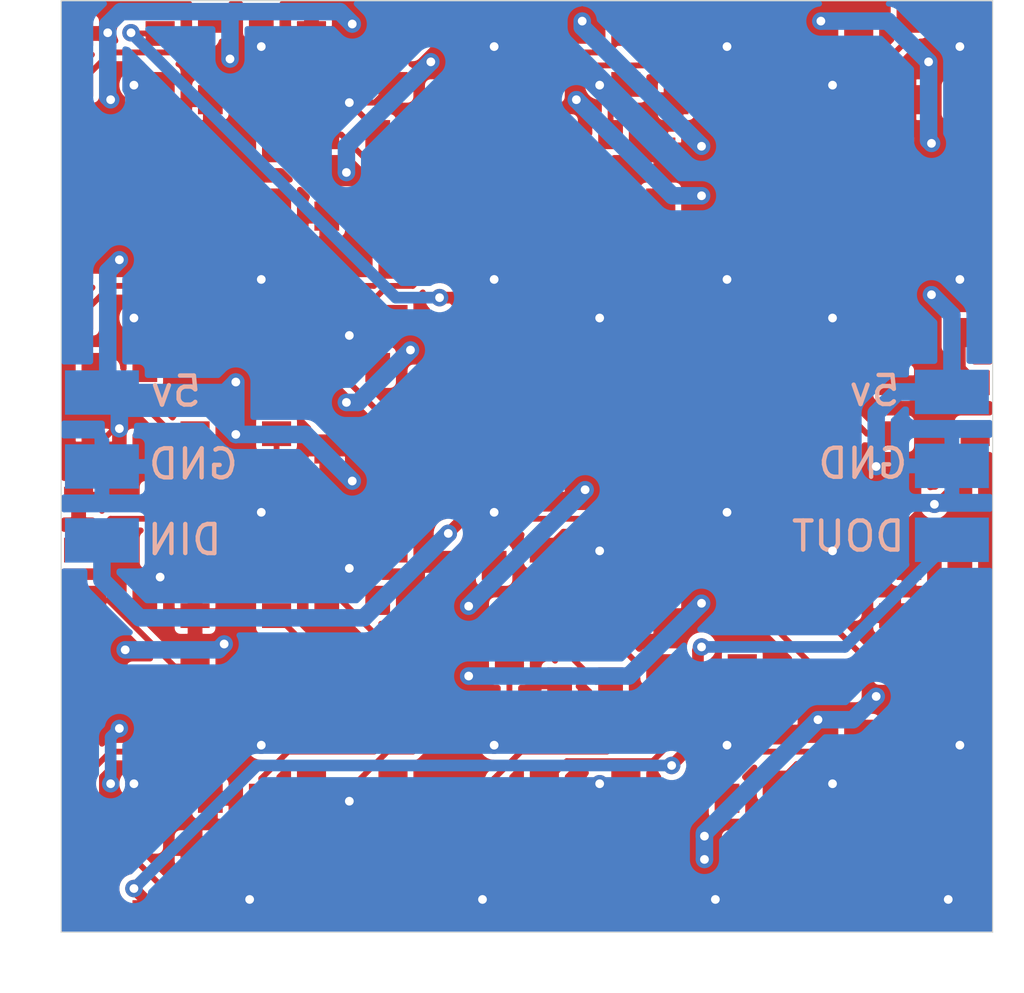
<source format=kicad_pcb>
(kicad_pcb (version 20171130) (host pcbnew 5.1.9)
  (title_block (rev 1))
  (layers (0 Front signal) (31 Back signal) (34 B.Paste user) (35 F.Paste user) (36 B.SilkS user) (37 F.SilkS user) (38 B.Mask user) (39 F.Mask user) (44 Edge.Cuts user))
  (net 0 "")
  (net 1 GND)
  (net 2 N$64)
  (net 3 N$1)
  (net 4 VCC)
  (net 5 N$2)
  (net 6 N$3)
  (net 7 N$4)
  (net 8 N$5)
  (net 9 N$6)
  (net 10 N$7)
  (net 11 N$8)
  (net 12 N$9)
  (net 13 N$10)
  (net 14 N$11)
  (net 15 N$12)
  (net 16 N$13)
  (net 17 N$14)
  (net 18 N$15)
  (net 19 N$16)
  (net 20 N$17)
  (net 21 N$18)
  (net 22 N$19)
  (net 23 N$20)
  (net 24 N$21)
  (net 25 N$22)
  (net 26 N$23)
  (net 27 N$24)
  (net 28 N$25)
  (net 29 N$26)
  (net 30 N$27)
  (net 31 N$28)
  (net 32 N$29)
  (net 33 N$30)
  (net 34 N$31)
  (net 35 N$32)
  (net 36 N$33)
  (net 37 N$34)
  (net 38 N$35)
  (net 39 N$36)
  (net 40 N$37)
  (net 41 N$38)
  (net 42 N$39)
  (net 43 N$40)
  (net 44 N$41)
  (net 45 N$42)
  (net 46 N$43)
  (net 47 N$44)
  (net 48 N$45)
  (net 49 N$46)
  (net 50 N$47)
  (net 51 N$48)
  (net 52 N$49)
  (net 53 N$50)
  (net 54 N$51)
  (net 55 N$52)
  (net 56 N$53)
  (net 57 N$54)
  (net 58 N$55)
  (net 59 N$56)
  (net 60 N$57)
  (net 61 N$58)
  (net 62 N$59)
  (net 63 N$60)
  (net 64 N$61)
  (net 65 N$62)
  (net 66 N$63)
  (net 67 N$65)
  (module SMD_Pads:LED_SK6812MINI_PLCC4_3.5x3.5mm_P1.75mm_lowprofile (layer Front) (at 2 2)
    (fp_text reference D1)
    (fp_text value WS2812B-MINI hide)
    (pad 1 smd rect (at -1.4 -0.875) (size 1 0.85) (layers Front F.Paste F.Mask) (net 4 VCC))
    (pad 2 smd rect (at -1.4 0.875) (size 1 0.85) (layers Front F.Paste F.Mask) (net 3 N$1))
    (pad 4 smd rect (at 1.4 -0.875) (size 1 0.85) (layers Front F.Paste F.Mask) (net 2 N$64))
    (pad 3 smd rect (at 1.4 0.875) (size 1 0.85) (layers Front F.Paste F.Mask) (net 1 GND))
  )
  (module SMD_Pads:LED_SK6812MINI_PLCC4_3.5x3.5mm_P1.75mm_lowprofile (layer Front) (at 6 2 90)
    (fp_text reference D2)
    (fp_text value WS2812B-MINI hide)
    (pad 1 smd rect (at -1.4 -0.875 90) (size 1 0.85) (layers Front F.Paste F.Mask) (net 4 VCC))
    (pad 2 smd rect (at -1.4 0.875 90) (size 1 0.85) (layers Front F.Paste F.Mask) (net 5 N$2))
    (pad 4 smd rect (at 1.4 -0.875 90) (size 1 0.85) (layers Front F.Paste F.Mask) (net 3 N$1))
    (pad 3 smd rect (at 1.4 0.875 90) (size 1 0.85) (layers Front F.Paste F.Mask) (net 1 GND))
  )
  (module SMD_Pads:LED_SK6812MINI_PLCC4_3.5x3.5mm_P1.75mm_lowprofile (layer Front) (at 10 2)
    (fp_text reference D3)
    (fp_text value WS2812B-MINI hide)
    (pad 1 smd rect (at -1.4 -0.875) (size 1 0.85) (layers Front F.Paste F.Mask) (net 4 VCC))
    (pad 2 smd rect (at -1.4 0.875) (size 1 0.85) (layers Front F.Paste F.Mask) (net 6 N$3))
    (pad 4 smd rect (at 1.4 -0.875) (size 1 0.85) (layers Front F.Paste F.Mask) (net 5 N$2))
    (pad 3 smd rect (at 1.4 0.875) (size 1 0.85) (layers Front F.Paste F.Mask) (net 1 GND))
  )
  (module SMD_Pads:LED_SK6812MINI_PLCC4_3.5x3.5mm_P1.75mm_lowprofile (layer Front) (at 14 2 90)
    (fp_text reference D4)
    (fp_text value WS2812B-MINI hide)
    (pad 1 smd rect (at -1.4 -0.875 90) (size 1 0.85) (layers Front F.Paste F.Mask) (net 4 VCC))
    (pad 2 smd rect (at -1.4 0.875 90) (size 1 0.85) (layers Front F.Paste F.Mask) (net 7 N$4))
    (pad 4 smd rect (at 1.4 -0.875 90) (size 1 0.85) (layers Front F.Paste F.Mask) (net 6 N$3))
    (pad 3 smd rect (at 1.4 0.875 90) (size 1 0.85) (layers Front F.Paste F.Mask) (net 1 GND))
  )
  (module SMD_Pads:LED_SK6812MINI_PLCC4_3.5x3.5mm_P1.75mm_lowprofile (layer Front) (at 18 2)
    (fp_text reference D5)
    (fp_text value WS2812B-MINI hide)
    (pad 1 smd rect (at -1.4 -0.875) (size 1 0.85) (layers Front F.Paste F.Mask) (net 4 VCC))
    (pad 2 smd rect (at -1.4 0.875) (size 1 0.85) (layers Front F.Paste F.Mask) (net 8 N$5))
    (pad 4 smd rect (at 1.4 -0.875) (size 1 0.85) (layers Front F.Paste F.Mask) (net 7 N$4))
    (pad 3 smd rect (at 1.4 0.875) (size 1 0.85) (layers Front F.Paste F.Mask) (net 1 GND))
  )
  (module SMD_Pads:LED_SK6812MINI_PLCC4_3.5x3.5mm_P1.75mm_lowprofile (layer Front) (at 22 2 90)
    (fp_text reference D6)
    (fp_text value WS2812B-MINI hide)
    (pad 1 smd rect (at -1.4 -0.875 90) (size 1 0.85) (layers Front F.Paste F.Mask) (net 4 VCC))
    (pad 2 smd rect (at -1.4 0.875 90) (size 1 0.85) (layers Front F.Paste F.Mask) (net 9 N$6))
    (pad 4 smd rect (at 1.4 -0.875 90) (size 1 0.85) (layers Front F.Paste F.Mask) (net 8 N$5))
    (pad 3 smd rect (at 1.4 0.875 90) (size 1 0.85) (layers Front F.Paste F.Mask) (net 1 GND))
  )
  (module SMD_Pads:LED_SK6812MINI_PLCC4_3.5x3.5mm_P1.75mm_lowprofile (layer Front) (at 26 2)
    (fp_text reference D7)
    (fp_text value WS2812B-MINI hide)
    (pad 1 smd rect (at -1.4 -0.875) (size 1 0.85) (layers Front F.Paste F.Mask) (net 4 VCC))
    (pad 2 smd rect (at -1.4 0.875) (size 1 0.85) (layers Front F.Paste F.Mask) (net 10 N$7))
    (pad 4 smd rect (at 1.4 -0.875) (size 1 0.85) (layers Front F.Paste F.Mask) (net 9 N$6))
    (pad 3 smd rect (at 1.4 0.875) (size 1 0.85) (layers Front F.Paste F.Mask) (net 1 GND))
  )
  (module SMD_Pads:LED_SK6812MINI_PLCC4_3.5x3.5mm_P1.75mm_lowprofile (layer Front) (at 30 2 90)
    (fp_text reference D8)
    (fp_text value WS2812B-MINI hide)
    (pad 1 smd rect (at -1.4 -0.875 90) (size 1 0.85) (layers Front F.Paste F.Mask) (net 4 VCC))
    (pad 2 smd rect (at -1.4 0.875 90) (size 1 0.85) (layers Front F.Paste F.Mask) (net 11 N$8))
    (pad 4 smd rect (at 1.4 -0.875 90) (size 1 0.85) (layers Front F.Paste F.Mask) (net 10 N$7))
    (pad 3 smd rect (at 1.4 0.875 90) (size 1 0.85) (layers Front F.Paste F.Mask) (net 1 GND))
  )
  (module SMD_Pads:LED_SK6812MINI_PLCC4_3.5x3.5mm_P1.75mm_lowprofile (layer Front) (at 30 6)
    (fp_text reference D9)
    (fp_text value WS2812B-MINI hide)
    (pad 1 smd rect (at -1.4 -0.875) (size 1 0.85) (layers Front F.Paste F.Mask) (net 4 VCC))
    (pad 2 smd rect (at -1.4 0.875) (size 1 0.85) (layers Front F.Paste F.Mask) (net 12 N$9))
    (pad 4 smd rect (at 1.4 -0.875) (size 1 0.85) (layers Front F.Paste F.Mask) (net 11 N$8))
    (pad 3 smd rect (at 1.4 0.875) (size 1 0.85) (layers Front F.Paste F.Mask) (net 1 GND))
  )
  (module SMD_Pads:LED_SK6812MINI_PLCC4_3.5x3.5mm_P1.75mm_lowprofile (layer Front) (at 26 6 90)
    (fp_text reference D10)
    (fp_text value WS2812B-MINI hide)
    (pad 1 smd rect (at -1.4 -0.875 90) (size 1 0.85) (layers Front F.Paste F.Mask) (net 4 VCC))
    (pad 2 smd rect (at -1.4 0.875 90) (size 1 0.85) (layers Front F.Paste F.Mask) (net 13 N$10))
    (pad 4 smd rect (at 1.4 -0.875 90) (size 1 0.85) (layers Front F.Paste F.Mask) (net 12 N$9))
    (pad 3 smd rect (at 1.4 0.875 90) (size 1 0.85) (layers Front F.Paste F.Mask) (net 1 GND))
  )
  (module SMD_Pads:LED_SK6812MINI_PLCC4_3.5x3.5mm_P1.75mm_lowprofile (layer Front) (at 22 6)
    (fp_text reference D11)
    (fp_text value WS2812B-MINI hide)
    (pad 1 smd rect (at -1.4 -0.875) (size 1 0.85) (layers Front F.Paste F.Mask) (net 4 VCC))
    (pad 2 smd rect (at -1.4 0.875) (size 1 0.85) (layers Front F.Paste F.Mask) (net 14 N$11))
    (pad 4 smd rect (at 1.4 -0.875) (size 1 0.85) (layers Front F.Paste F.Mask) (net 13 N$10))
    (pad 3 smd rect (at 1.4 0.875) (size 1 0.85) (layers Front F.Paste F.Mask) (net 1 GND))
  )
  (module SMD_Pads:LED_SK6812MINI_PLCC4_3.5x3.5mm_P1.75mm_lowprofile (layer Front) (at 18 6 90)
    (fp_text reference D12)
    (fp_text value WS2812B-MINI hide)
    (pad 1 smd rect (at -1.4 -0.875 90) (size 1 0.85) (layers Front F.Paste F.Mask) (net 4 VCC))
    (pad 2 smd rect (at -1.4 0.875 90) (size 1 0.85) (layers Front F.Paste F.Mask) (net 15 N$12))
    (pad 4 smd rect (at 1.4 -0.875 90) (size 1 0.85) (layers Front F.Paste F.Mask) (net 14 N$11))
    (pad 3 smd rect (at 1.4 0.875 90) (size 1 0.85) (layers Front F.Paste F.Mask) (net 1 GND))
  )
  (module SMD_Pads:LED_SK6812MINI_PLCC4_3.5x3.5mm_P1.75mm_lowprofile (layer Front) (at 14 6)
    (fp_text reference D13)
    (fp_text value WS2812B-MINI hide)
    (pad 1 smd rect (at -1.4 -0.875) (size 1 0.85) (layers Front F.Paste F.Mask) (net 4 VCC))
    (pad 2 smd rect (at -1.4 0.875) (size 1 0.85) (layers Front F.Paste F.Mask) (net 16 N$13))
    (pad 4 smd rect (at 1.4 -0.875) (size 1 0.85) (layers Front F.Paste F.Mask) (net 15 N$12))
    (pad 3 smd rect (at 1.4 0.875) (size 1 0.85) (layers Front F.Paste F.Mask) (net 1 GND))
  )
  (module SMD_Pads:LED_SK6812MINI_PLCC4_3.5x3.5mm_P1.75mm_lowprofile (layer Front) (at 10 6 90)
    (fp_text reference D14)
    (fp_text value WS2812B-MINI hide)
    (pad 1 smd rect (at -1.4 -0.875 90) (size 1 0.85) (layers Front F.Paste F.Mask) (net 4 VCC))
    (pad 2 smd rect (at -1.4 0.875 90) (size 1 0.85) (layers Front F.Paste F.Mask) (net 17 N$14))
    (pad 4 smd rect (at 1.4 -0.875 90) (size 1 0.85) (layers Front F.Paste F.Mask) (net 16 N$13))
    (pad 3 smd rect (at 1.4 0.875 90) (size 1 0.85) (layers Front F.Paste F.Mask) (net 1 GND))
  )
  (module SMD_Pads:LED_SK6812MINI_PLCC4_3.5x3.5mm_P1.75mm_lowprofile (layer Front) (at 6 6)
    (fp_text reference D15)
    (fp_text value WS2812B-MINI hide)
    (pad 1 smd rect (at -1.4 -0.875) (size 1 0.85) (layers Front F.Paste F.Mask) (net 4 VCC))
    (pad 2 smd rect (at -1.4 0.875) (size 1 0.85) (layers Front F.Paste F.Mask) (net 18 N$15))
    (pad 4 smd rect (at 1.4 -0.875) (size 1 0.85) (layers Front F.Paste F.Mask) (net 17 N$14))
    (pad 3 smd rect (at 1.4 0.875) (size 1 0.85) (layers Front F.Paste F.Mask) (net 1 GND))
  )
  (module SMD_Pads:LED_SK6812MINI_PLCC4_3.5x3.5mm_P1.75mm_lowprofile (layer Front) (at 2 6 90)
    (fp_text reference D16)
    (fp_text value WS2812B-MINI hide)
    (pad 1 smd rect (at -1.4 -0.875 90) (size 1 0.85) (layers Front F.Paste F.Mask) (net 4 VCC))
    (pad 2 smd rect (at -1.4 0.875 90) (size 1 0.85) (layers Front F.Paste F.Mask) (net 19 N$16))
    (pad 4 smd rect (at 1.4 -0.875 90) (size 1 0.85) (layers Front F.Paste F.Mask) (net 18 N$15))
    (pad 3 smd rect (at 1.4 0.875 90) (size 1 0.85) (layers Front F.Paste F.Mask) (net 1 GND))
  )
  (module SMD_Pads:LED_SK6812MINI_PLCC4_3.5x3.5mm_P1.75mm_lowprofile (layer Front) (at 2 10)
    (fp_text reference D17)
    (fp_text value WS2812B-MINI hide)
    (pad 1 smd rect (at -1.4 -0.875) (size 1 0.85) (layers Front F.Paste F.Mask) (net 4 VCC))
    (pad 2 smd rect (at -1.4 0.875) (size 1 0.85) (layers Front F.Paste F.Mask) (net 20 N$17))
    (pad 4 smd rect (at 1.4 -0.875) (size 1 0.85) (layers Front F.Paste F.Mask) (net 19 N$16))
    (pad 3 smd rect (at 1.4 0.875) (size 1 0.85) (layers Front F.Paste F.Mask) (net 1 GND))
  )
  (module SMD_Pads:LED_SK6812MINI_PLCC4_3.5x3.5mm_P1.75mm_lowprofile (layer Front) (at 6 10 90)
    (fp_text reference D18)
    (fp_text value WS2812B-MINI hide)
    (pad 1 smd rect (at -1.4 -0.875 90) (size 1 0.85) (layers Front F.Paste F.Mask) (net 4 VCC))
    (pad 2 smd rect (at -1.4 0.875 90) (size 1 0.85) (layers Front F.Paste F.Mask) (net 21 N$18))
    (pad 4 smd rect (at 1.4 -0.875 90) (size 1 0.85) (layers Front F.Paste F.Mask) (net 20 N$17))
    (pad 3 smd rect (at 1.4 0.875 90) (size 1 0.85) (layers Front F.Paste F.Mask) (net 1 GND))
  )
  (module SMD_Pads:LED_SK6812MINI_PLCC4_3.5x3.5mm_P1.75mm_lowprofile (layer Front) (at 10 10)
    (fp_text reference D19)
    (fp_text value WS2812B-MINI hide)
    (pad 1 smd rect (at -1.4 -0.875) (size 1 0.85) (layers Front F.Paste F.Mask) (net 4 VCC))
    (pad 2 smd rect (at -1.4 0.875) (size 1 0.85) (layers Front F.Paste F.Mask) (net 22 N$19))
    (pad 4 smd rect (at 1.4 -0.875) (size 1 0.85) (layers Front F.Paste F.Mask) (net 21 N$18))
    (pad 3 smd rect (at 1.4 0.875) (size 1 0.85) (layers Front F.Paste F.Mask) (net 1 GND))
  )
  (module SMD_Pads:LED_SK6812MINI_PLCC4_3.5x3.5mm_P1.75mm_lowprofile (layer Front) (at 14 10 90)
    (fp_text reference D20)
    (fp_text value WS2812B-MINI hide)
    (pad 1 smd rect (at -1.4 -0.875 90) (size 1 0.85) (layers Front F.Paste F.Mask) (net 4 VCC))
    (pad 2 smd rect (at -1.4 0.875 90) (size 1 0.85) (layers Front F.Paste F.Mask) (net 23 N$20))
    (pad 4 smd rect (at 1.4 -0.875 90) (size 1 0.85) (layers Front F.Paste F.Mask) (net 22 N$19))
    (pad 3 smd rect (at 1.4 0.875 90) (size 1 0.85) (layers Front F.Paste F.Mask) (net 1 GND))
  )
  (module SMD_Pads:LED_SK6812MINI_PLCC4_3.5x3.5mm_P1.75mm_lowprofile (layer Front) (at 18 10)
    (fp_text reference D21)
    (fp_text value WS2812B-MINI hide)
    (pad 1 smd rect (at -1.4 -0.875) (size 1 0.85) (layers Front F.Paste F.Mask) (net 4 VCC))
    (pad 2 smd rect (at -1.4 0.875) (size 1 0.85) (layers Front F.Paste F.Mask) (net 24 N$21))
    (pad 4 smd rect (at 1.4 -0.875) (size 1 0.85) (layers Front F.Paste F.Mask) (net 23 N$20))
    (pad 3 smd rect (at 1.4 0.875) (size 1 0.85) (layers Front F.Paste F.Mask) (net 1 GND))
  )
  (module SMD_Pads:LED_SK6812MINI_PLCC4_3.5x3.5mm_P1.75mm_lowprofile (layer Front) (at 22 10 90)
    (fp_text reference D22)
    (fp_text value WS2812B-MINI hide)
    (pad 1 smd rect (at -1.4 -0.875 90) (size 1 0.85) (layers Front F.Paste F.Mask) (net 4 VCC))
    (pad 2 smd rect (at -1.4 0.875 90) (size 1 0.85) (layers Front F.Paste F.Mask) (net 25 N$22))
    (pad 4 smd rect (at 1.4 -0.875 90) (size 1 0.85) (layers Front F.Paste F.Mask) (net 24 N$21))
    (pad 3 smd rect (at 1.4 0.875 90) (size 1 0.85) (layers Front F.Paste F.Mask) (net 1 GND))
  )
  (module SMD_Pads:LED_SK6812MINI_PLCC4_3.5x3.5mm_P1.75mm_lowprofile (layer Front) (at 26 10)
    (fp_text reference D23)
    (fp_text value WS2812B-MINI hide)
    (pad 1 smd rect (at -1.4 -0.875) (size 1 0.85) (layers Front F.Paste F.Mask) (net 4 VCC))
    (pad 2 smd rect (at -1.4 0.875) (size 1 0.85) (layers Front F.Paste F.Mask) (net 26 N$23))
    (pad 4 smd rect (at 1.4 -0.875) (size 1 0.85) (layers Front F.Paste F.Mask) (net 25 N$22))
    (pad 3 smd rect (at 1.4 0.875) (size 1 0.85) (layers Front F.Paste F.Mask) (net 1 GND))
  )
  (module SMD_Pads:LED_SK6812MINI_PLCC4_3.5x3.5mm_P1.75mm_lowprofile (layer Front) (at 30 10 90)
    (fp_text reference D24)
    (fp_text value WS2812B-MINI hide)
    (pad 1 smd rect (at -1.4 -0.875 90) (size 1 0.85) (layers Front F.Paste F.Mask) (net 4 VCC))
    (pad 2 smd rect (at -1.4 0.875 90) (size 1 0.85) (layers Front F.Paste F.Mask) (net 27 N$24))
    (pad 4 smd rect (at 1.4 -0.875 90) (size 1 0.85) (layers Front F.Paste F.Mask) (net 26 N$23))
    (pad 3 smd rect (at 1.4 0.875 90) (size 1 0.85) (layers Front F.Paste F.Mask) (net 1 GND))
  )
  (module SMD_Pads:LED_SK6812MINI_PLCC4_3.5x3.5mm_P1.75mm_lowprofile (layer Front) (at 30 14)
    (fp_text reference D25)
    (fp_text value WS2812B-MINI hide)
    (pad 1 smd rect (at -1.4 -0.875) (size 1 0.85) (layers Front F.Paste F.Mask) (net 4 VCC))
    (pad 2 smd rect (at -1.4 0.875) (size 1 0.85) (layers Front F.Paste F.Mask) (net 28 N$25))
    (pad 4 smd rect (at 1.4 -0.875) (size 1 0.85) (layers Front F.Paste F.Mask) (net 27 N$24))
    (pad 3 smd rect (at 1.4 0.875) (size 1 0.85) (layers Front F.Paste F.Mask) (net 1 GND))
  )
  (module SMD_Pads:LED_SK6812MINI_PLCC4_3.5x3.5mm_P1.75mm_lowprofile (layer Front) (at 26 14 90)
    (fp_text reference D26)
    (fp_text value WS2812B-MINI hide)
    (pad 1 smd rect (at -1.4 -0.875 90) (size 1 0.85) (layers Front F.Paste F.Mask) (net 4 VCC))
    (pad 2 smd rect (at -1.4 0.875 90) (size 1 0.85) (layers Front F.Paste F.Mask) (net 29 N$26))
    (pad 4 smd rect (at 1.4 -0.875 90) (size 1 0.85) (layers Front F.Paste F.Mask) (net 28 N$25))
    (pad 3 smd rect (at 1.4 0.875 90) (size 1 0.85) (layers Front F.Paste F.Mask) (net 1 GND))
  )
  (module SMD_Pads:LED_SK6812MINI_PLCC4_3.5x3.5mm_P1.75mm_lowprofile (layer Front) (at 22 14)
    (fp_text reference D27)
    (fp_text value WS2812B-MINI hide)
    (pad 1 smd rect (at -1.4 -0.875) (size 1 0.85) (layers Front F.Paste F.Mask) (net 4 VCC))
    (pad 2 smd rect (at -1.4 0.875) (size 1 0.85) (layers Front F.Paste F.Mask) (net 30 N$27))
    (pad 4 smd rect (at 1.4 -0.875) (size 1 0.85) (layers Front F.Paste F.Mask) (net 29 N$26))
    (pad 3 smd rect (at 1.4 0.875) (size 1 0.85) (layers Front F.Paste F.Mask) (net 1 GND))
  )
  (module SMD_Pads:LED_SK6812MINI_PLCC4_3.5x3.5mm_P1.75mm_lowprofile (layer Front) (at 18 14 90)
    (fp_text reference D28)
    (fp_text value WS2812B-MINI hide)
    (pad 1 smd rect (at -1.4 -0.875 90) (size 1 0.85) (layers Front F.Paste F.Mask) (net 4 VCC))
    (pad 2 smd rect (at -1.4 0.875 90) (size 1 0.85) (layers Front F.Paste F.Mask) (net 31 N$28))
    (pad 4 smd rect (at 1.4 -0.875 90) (size 1 0.85) (layers Front F.Paste F.Mask) (net 30 N$27))
    (pad 3 smd rect (at 1.4 0.875 90) (size 1 0.85) (layers Front F.Paste F.Mask) (net 1 GND))
  )
  (module SMD_Pads:LED_SK6812MINI_PLCC4_3.5x3.5mm_P1.75mm_lowprofile (layer Front) (at 14 14)
    (fp_text reference D29)
    (fp_text value WS2812B-MINI hide)
    (pad 1 smd rect (at -1.4 -0.875) (size 1 0.85) (layers Front F.Paste F.Mask) (net 4 VCC))
    (pad 2 smd rect (at -1.4 0.875) (size 1 0.85) (layers Front F.Paste F.Mask) (net 32 N$29))
    (pad 4 smd rect (at 1.4 -0.875) (size 1 0.85) (layers Front F.Paste F.Mask) (net 31 N$28))
    (pad 3 smd rect (at 1.4 0.875) (size 1 0.85) (layers Front F.Paste F.Mask) (net 1 GND))
  )
  (module SMD_Pads:LED_SK6812MINI_PLCC4_3.5x3.5mm_P1.75mm_lowprofile (layer Front) (at 10 14 90)
    (fp_text reference D30)
    (fp_text value WS2812B-MINI hide)
    (pad 1 smd rect (at -1.4 -0.875 90) (size 1 0.85) (layers Front F.Paste F.Mask) (net 4 VCC))
    (pad 2 smd rect (at -1.4 0.875 90) (size 1 0.85) (layers Front F.Paste F.Mask) (net 33 N$30))
    (pad 4 smd rect (at 1.4 -0.875 90) (size 1 0.85) (layers Front F.Paste F.Mask) (net 32 N$29))
    (pad 3 smd rect (at 1.4 0.875 90) (size 1 0.85) (layers Front F.Paste F.Mask) (net 1 GND))
  )
  (module SMD_Pads:LED_SK6812MINI_PLCC4_3.5x3.5mm_P1.75mm_lowprofile (layer Front) (at 6 14)
    (fp_text reference D31)
    (fp_text value WS2812B-MINI hide)
    (pad 1 smd rect (at -1.4 -0.875) (size 1 0.85) (layers Front F.Paste F.Mask) (net 4 VCC))
    (pad 2 smd rect (at -1.4 0.875) (size 1 0.85) (layers Front F.Paste F.Mask) (net 34 N$31))
    (pad 4 smd rect (at 1.4 -0.875) (size 1 0.85) (layers Front F.Paste F.Mask) (net 33 N$30))
    (pad 3 smd rect (at 1.4 0.875) (size 1 0.85) (layers Front F.Paste F.Mask) (net 1 GND))
  )
  (module SMD_Pads:LED_SK6812MINI_PLCC4_3.5x3.5mm_P1.75mm_lowprofile (layer Front) (at 2 14 90)
    (fp_text reference D32)
    (fp_text value WS2812B-MINI hide)
    (pad 1 smd rect (at -1.4 -0.875 90) (size 1 0.85) (layers Front F.Paste F.Mask) (net 4 VCC))
    (pad 2 smd rect (at -1.4 0.875 90) (size 1 0.85) (layers Front F.Paste F.Mask) (net 35 N$32))
    (pad 4 smd rect (at 1.4 -0.875 90) (size 1 0.85) (layers Front F.Paste F.Mask) (net 34 N$31))
    (pad 3 smd rect (at 1.4 0.875 90) (size 1 0.85) (layers Front F.Paste F.Mask) (net 1 GND))
  )
  (module SMD_Pads:LED_SK6812MINI_PLCC4_3.5x3.5mm_P1.75mm_lowprofile (layer Front) (at 2 18)
    (fp_text reference D33)
    (fp_text value WS2812B-MINI hide)
    (pad 1 smd rect (at -1.4 -0.875) (size 1 0.85) (layers Front F.Paste F.Mask) (net 4 VCC))
    (pad 2 smd rect (at -1.4 0.875) (size 1 0.85) (layers Front F.Paste F.Mask) (net 36 N$33))
    (pad 4 smd rect (at 1.4 -0.875) (size 1 0.85) (layers Front F.Paste F.Mask) (net 35 N$32))
    (pad 3 smd rect (at 1.4 0.875) (size 1 0.85) (layers Front F.Paste F.Mask) (net 1 GND))
  )
  (module SMD_Pads:LED_SK6812MINI_PLCC4_3.5x3.5mm_P1.75mm_lowprofile (layer Front) (at 6 18 90)
    (fp_text reference D34)
    (fp_text value WS2812B-MINI hide)
    (pad 1 smd rect (at -1.4 -0.875 90) (size 1 0.85) (layers Front F.Paste F.Mask) (net 4 VCC))
    (pad 2 smd rect (at -1.4 0.875 90) (size 1 0.85) (layers Front F.Paste F.Mask) (net 37 N$34))
    (pad 4 smd rect (at 1.4 -0.875 90) (size 1 0.85) (layers Front F.Paste F.Mask) (net 36 N$33))
    (pad 3 smd rect (at 1.4 0.875 90) (size 1 0.85) (layers Front F.Paste F.Mask) (net 1 GND))
  )
  (module SMD_Pads:LED_SK6812MINI_PLCC4_3.5x3.5mm_P1.75mm_lowprofile (layer Front) (at 10 18)
    (fp_text reference D35)
    (fp_text value WS2812B-MINI hide)
    (pad 1 smd rect (at -1.4 -0.875) (size 1 0.85) (layers Front F.Paste F.Mask) (net 4 VCC))
    (pad 2 smd rect (at -1.4 0.875) (size 1 0.85) (layers Front F.Paste F.Mask) (net 38 N$35))
    (pad 4 smd rect (at 1.4 -0.875) (size 1 0.85) (layers Front F.Paste F.Mask) (net 37 N$34))
    (pad 3 smd rect (at 1.4 0.875) (size 1 0.85) (layers Front F.Paste F.Mask) (net 1 GND))
  )
  (module SMD_Pads:LED_SK6812MINI_PLCC4_3.5x3.5mm_P1.75mm_lowprofile (layer Front) (at 14 18 90)
    (fp_text reference D36)
    (fp_text value WS2812B-MINI hide)
    (pad 1 smd rect (at -1.4 -0.875 90) (size 1 0.85) (layers Front F.Paste F.Mask) (net 4 VCC))
    (pad 2 smd rect (at -1.4 0.875 90) (size 1 0.85) (layers Front F.Paste F.Mask) (net 39 N$36))
    (pad 4 smd rect (at 1.4 -0.875 90) (size 1 0.85) (layers Front F.Paste F.Mask) (net 38 N$35))
    (pad 3 smd rect (at 1.4 0.875 90) (size 1 0.85) (layers Front F.Paste F.Mask) (net 1 GND))
  )
  (module SMD_Pads:LED_SK6812MINI_PLCC4_3.5x3.5mm_P1.75mm_lowprofile (layer Front) (at 18 18)
    (fp_text reference D37)
    (fp_text value WS2812B-MINI hide)
    (pad 1 smd rect (at -1.4 -0.875) (size 1 0.85) (layers Front F.Paste F.Mask) (net 4 VCC))
    (pad 2 smd rect (at -1.4 0.875) (size 1 0.85) (layers Front F.Paste F.Mask) (net 40 N$37))
    (pad 4 smd rect (at 1.4 -0.875) (size 1 0.85) (layers Front F.Paste F.Mask) (net 39 N$36))
    (pad 3 smd rect (at 1.4 0.875) (size 1 0.85) (layers Front F.Paste F.Mask) (net 1 GND))
  )
  (module SMD_Pads:LED_SK6812MINI_PLCC4_3.5x3.5mm_P1.75mm_lowprofile (layer Front) (at 22 18 90)
    (fp_text reference D38)
    (fp_text value WS2812B-MINI hide)
    (pad 1 smd rect (at -1.4 -0.875 90) (size 1 0.85) (layers Front F.Paste F.Mask) (net 4 VCC))
    (pad 2 smd rect (at -1.4 0.875 90) (size 1 0.85) (layers Front F.Paste F.Mask) (net 41 N$38))
    (pad 4 smd rect (at 1.4 -0.875 90) (size 1 0.85) (layers Front F.Paste F.Mask) (net 40 N$37))
    (pad 3 smd rect (at 1.4 0.875 90) (size 1 0.85) (layers Front F.Paste F.Mask) (net 1 GND))
  )
  (module SMD_Pads:LED_SK6812MINI_PLCC4_3.5x3.5mm_P1.75mm_lowprofile (layer Front) (at 26 18)
    (fp_text reference D39)
    (fp_text value WS2812B-MINI hide)
    (pad 1 smd rect (at -1.4 -0.875) (size 1 0.85) (layers Front F.Paste F.Mask) (net 4 VCC))
    (pad 2 smd rect (at -1.4 0.875) (size 1 0.85) (layers Front F.Paste F.Mask) (net 42 N$39))
    (pad 4 smd rect (at 1.4 -0.875) (size 1 0.85) (layers Front F.Paste F.Mask) (net 41 N$38))
    (pad 3 smd rect (at 1.4 0.875) (size 1 0.85) (layers Front F.Paste F.Mask) (net 1 GND))
  )
  (module SMD_Pads:LED_SK6812MINI_PLCC4_3.5x3.5mm_P1.75mm_lowprofile (layer Front) (at 30 18 90)
    (fp_text reference D40)
    (fp_text value WS2812B-MINI hide)
    (pad 1 smd rect (at -1.4 -0.875 90) (size 1 0.85) (layers Front F.Paste F.Mask) (net 4 VCC))
    (pad 2 smd rect (at -1.4 0.875 90) (size 1 0.85) (layers Front F.Paste F.Mask) (net 43 N$40))
    (pad 4 smd rect (at 1.4 -0.875 90) (size 1 0.85) (layers Front F.Paste F.Mask) (net 42 N$39))
    (pad 3 smd rect (at 1.4 0.875 90) (size 1 0.85) (layers Front F.Paste F.Mask) (net 1 GND))
  )
  (module SMD_Pads:LED_SK6812MINI_PLCC4_3.5x3.5mm_P1.75mm_lowprofile (layer Front) (at 30 22)
    (fp_text reference D41)
    (fp_text value WS2812B-MINI hide)
    (pad 1 smd rect (at -1.4 -0.875) (size 1 0.85) (layers Front F.Paste F.Mask) (net 4 VCC))
    (pad 2 smd rect (at -1.4 0.875) (size 1 0.85) (layers Front F.Paste F.Mask) (net 44 N$41))
    (pad 4 smd rect (at 1.4 -0.875) (size 1 0.85) (layers Front F.Paste F.Mask) (net 43 N$40))
    (pad 3 smd rect (at 1.4 0.875) (size 1 0.85) (layers Front F.Paste F.Mask) (net 1 GND))
  )
  (module SMD_Pads:LED_SK6812MINI_PLCC4_3.5x3.5mm_P1.75mm_lowprofile (layer Front) (at 26 22 90)
    (fp_text reference D42)
    (fp_text value WS2812B-MINI hide)
    (pad 1 smd rect (at -1.4 -0.875 90) (size 1 0.85) (layers Front F.Paste F.Mask) (net 4 VCC))
    (pad 2 smd rect (at -1.4 0.875 90) (size 1 0.85) (layers Front F.Paste F.Mask) (net 45 N$42))
    (pad 4 smd rect (at 1.4 -0.875 90) (size 1 0.85) (layers Front F.Paste F.Mask) (net 44 N$41))
    (pad 3 smd rect (at 1.4 0.875 90) (size 1 0.85) (layers Front F.Paste F.Mask) (net 1 GND))
  )
  (module SMD_Pads:LED_SK6812MINI_PLCC4_3.5x3.5mm_P1.75mm_lowprofile (layer Front) (at 22 22)
    (fp_text reference D43)
    (fp_text value WS2812B-MINI hide)
    (pad 1 smd rect (at -1.4 -0.875) (size 1 0.85) (layers Front F.Paste F.Mask) (net 4 VCC))
    (pad 2 smd rect (at -1.4 0.875) (size 1 0.85) (layers Front F.Paste F.Mask) (net 46 N$43))
    (pad 4 smd rect (at 1.4 -0.875) (size 1 0.85) (layers Front F.Paste F.Mask) (net 45 N$42))
    (pad 3 smd rect (at 1.4 0.875) (size 1 0.85) (layers Front F.Paste F.Mask) (net 1 GND))
  )
  (module SMD_Pads:LED_SK6812MINI_PLCC4_3.5x3.5mm_P1.75mm_lowprofile (layer Front) (at 18 22 90)
    (fp_text reference D44)
    (fp_text value WS2812B-MINI hide)
    (pad 1 smd rect (at -1.4 -0.875 90) (size 1 0.85) (layers Front F.Paste F.Mask) (net 4 VCC))
    (pad 2 smd rect (at -1.4 0.875 90) (size 1 0.85) (layers Front F.Paste F.Mask) (net 47 N$44))
    (pad 4 smd rect (at 1.4 -0.875 90) (size 1 0.85) (layers Front F.Paste F.Mask) (net 46 N$43))
    (pad 3 smd rect (at 1.4 0.875 90) (size 1 0.85) (layers Front F.Paste F.Mask) (net 1 GND))
  )
  (module SMD_Pads:LED_SK6812MINI_PLCC4_3.5x3.5mm_P1.75mm_lowprofile (layer Front) (at 14 22)
    (fp_text reference D45)
    (fp_text value WS2812B-MINI hide)
    (pad 1 smd rect (at -1.4 -0.875) (size 1 0.85) (layers Front F.Paste F.Mask) (net 4 VCC))
    (pad 2 smd rect (at -1.4 0.875) (size 1 0.85) (layers Front F.Paste F.Mask) (net 48 N$45))
    (pad 4 smd rect (at 1.4 -0.875) (size 1 0.85) (layers Front F.Paste F.Mask) (net 47 N$44))
    (pad 3 smd rect (at 1.4 0.875) (size 1 0.85) (layers Front F.Paste F.Mask) (net 1 GND))
  )
  (module SMD_Pads:LED_SK6812MINI_PLCC4_3.5x3.5mm_P1.75mm_lowprofile (layer Front) (at 10 22 90)
    (fp_text reference D46)
    (fp_text value WS2812B-MINI hide)
    (pad 1 smd rect (at -1.4 -0.875 90) (size 1 0.85) (layers Front F.Paste F.Mask) (net 4 VCC))
    (pad 2 smd rect (at -1.4 0.875 90) (size 1 0.85) (layers Front F.Paste F.Mask) (net 49 N$46))
    (pad 4 smd rect (at 1.4 -0.875 90) (size 1 0.85) (layers Front F.Paste F.Mask) (net 48 N$45))
    (pad 3 smd rect (at 1.4 0.875 90) (size 1 0.85) (layers Front F.Paste F.Mask) (net 1 GND))
  )
  (module SMD_Pads:LED_SK6812MINI_PLCC4_3.5x3.5mm_P1.75mm_lowprofile (layer Front) (at 6 22)
    (fp_text reference D47)
    (fp_text value WS2812B-MINI hide)
    (pad 1 smd rect (at -1.4 -0.875) (size 1 0.85) (layers Front F.Paste F.Mask) (net 4 VCC))
    (pad 2 smd rect (at -1.4 0.875) (size 1 0.85) (layers Front F.Paste F.Mask) (net 50 N$47))
    (pad 4 smd rect (at 1.4 -0.875) (size 1 0.85) (layers Front F.Paste F.Mask) (net 49 N$46))
    (pad 3 smd rect (at 1.4 0.875) (size 1 0.85) (layers Front F.Paste F.Mask) (net 1 GND))
  )
  (module SMD_Pads:LED_SK6812MINI_PLCC4_3.5x3.5mm_P1.75mm_lowprofile (layer Front) (at 2 22 90)
    (fp_text reference D48)
    (fp_text value WS2812B-MINI hide)
    (pad 1 smd rect (at -1.4 -0.875 90) (size 1 0.85) (layers Front F.Paste F.Mask) (net 4 VCC))
    (pad 2 smd rect (at -1.4 0.875 90) (size 1 0.85) (layers Front F.Paste F.Mask) (net 51 N$48))
    (pad 4 smd rect (at 1.4 -0.875 90) (size 1 0.85) (layers Front F.Paste F.Mask) (net 50 N$47))
    (pad 3 smd rect (at 1.4 0.875 90) (size 1 0.85) (layers Front F.Paste F.Mask) (net 1 GND))
  )
  (module SMD_Pads:LED_SK6812MINI_PLCC4_3.5x3.5mm_P1.75mm_lowprofile (layer Front) (at 2 26)
    (fp_text reference D49)
    (fp_text value WS2812B-MINI hide)
    (pad 1 smd rect (at -1.4 -0.875) (size 1 0.85) (layers Front F.Paste F.Mask) (net 4 VCC))
    (pad 2 smd rect (at -1.4 0.875) (size 1 0.85) (layers Front F.Paste F.Mask) (net 52 N$49))
    (pad 4 smd rect (at 1.4 -0.875) (size 1 0.85) (layers Front F.Paste F.Mask) (net 51 N$48))
    (pad 3 smd rect (at 1.4 0.875) (size 1 0.85) (layers Front F.Paste F.Mask) (net 1 GND))
  )
  (module SMD_Pads:LED_SK6812MINI_PLCC4_3.5x3.5mm_P1.75mm_lowprofile (layer Front) (at 6 26 90)
    (fp_text reference D50)
    (fp_text value WS2812B-MINI hide)
    (pad 1 smd rect (at -1.4 -0.875 90) (size 1 0.85) (layers Front F.Paste F.Mask) (net 4 VCC))
    (pad 2 smd rect (at -1.4 0.875 90) (size 1 0.85) (layers Front F.Paste F.Mask) (net 53 N$50))
    (pad 4 smd rect (at 1.4 -0.875 90) (size 1 0.85) (layers Front F.Paste F.Mask) (net 52 N$49))
    (pad 3 smd rect (at 1.4 0.875 90) (size 1 0.85) (layers Front F.Paste F.Mask) (net 1 GND))
  )
  (module SMD_Pads:LED_SK6812MINI_PLCC4_3.5x3.5mm_P1.75mm_lowprofile (layer Front) (at 10 26)
    (fp_text reference D51)
    (fp_text value WS2812B-MINI hide)
    (pad 1 smd rect (at -1.4 -0.875) (size 1 0.85) (layers Front F.Paste F.Mask) (net 4 VCC))
    (pad 2 smd rect (at -1.4 0.875) (size 1 0.85) (layers Front F.Paste F.Mask) (net 54 N$51))
    (pad 4 smd rect (at 1.4 -0.875) (size 1 0.85) (layers Front F.Paste F.Mask) (net 53 N$50))
    (pad 3 smd rect (at 1.4 0.875) (size 1 0.85) (layers Front F.Paste F.Mask) (net 1 GND))
  )
  (module SMD_Pads:LED_SK6812MINI_PLCC4_3.5x3.5mm_P1.75mm_lowprofile (layer Front) (at 14 26 90)
    (fp_text reference D52)
    (fp_text value WS2812B-MINI hide)
    (pad 1 smd rect (at -1.4 -0.875 90) (size 1 0.85) (layers Front F.Paste F.Mask) (net 4 VCC))
    (pad 2 smd rect (at -1.4 0.875 90) (size 1 0.85) (layers Front F.Paste F.Mask) (net 55 N$52))
    (pad 4 smd rect (at 1.4 -0.875 90) (size 1 0.85) (layers Front F.Paste F.Mask) (net 54 N$51))
    (pad 3 smd rect (at 1.4 0.875 90) (size 1 0.85) (layers Front F.Paste F.Mask) (net 1 GND))
  )
  (module SMD_Pads:LED_SK6812MINI_PLCC4_3.5x3.5mm_P1.75mm_lowprofile (layer Front) (at 18 26)
    (fp_text reference D53)
    (fp_text value WS2812B-MINI hide)
    (pad 1 smd rect (at -1.4 -0.875) (size 1 0.85) (layers Front F.Paste F.Mask) (net 4 VCC))
    (pad 2 smd rect (at -1.4 0.875) (size 1 0.85) (layers Front F.Paste F.Mask) (net 56 N$53))
    (pad 4 smd rect (at 1.4 -0.875) (size 1 0.85) (layers Front F.Paste F.Mask) (net 55 N$52))
    (pad 3 smd rect (at 1.4 0.875) (size 1 0.85) (layers Front F.Paste F.Mask) (net 1 GND))
  )
  (module SMD_Pads:LED_SK6812MINI_PLCC4_3.5x3.5mm_P1.75mm_lowprofile (layer Front) (at 22 26 90)
    (fp_text reference D54)
    (fp_text value WS2812B-MINI hide)
    (pad 1 smd rect (at -1.4 -0.875 90) (size 1 0.85) (layers Front F.Paste F.Mask) (net 4 VCC))
    (pad 2 smd rect (at -1.4 0.875 90) (size 1 0.85) (layers Front F.Paste F.Mask) (net 57 N$54))
    (pad 4 smd rect (at 1.4 -0.875 90) (size 1 0.85) (layers Front F.Paste F.Mask) (net 56 N$53))
    (pad 3 smd rect (at 1.4 0.875 90) (size 1 0.85) (layers Front F.Paste F.Mask) (net 1 GND))
  )
  (module SMD_Pads:LED_SK6812MINI_PLCC4_3.5x3.5mm_P1.75mm_lowprofile (layer Front) (at 26 26)
    (fp_text reference D55)
    (fp_text value WS2812B-MINI hide)
    (pad 1 smd rect (at -1.4 -0.875) (size 1 0.85) (layers Front F.Paste F.Mask) (net 4 VCC))
    (pad 2 smd rect (at -1.4 0.875) (size 1 0.85) (layers Front F.Paste F.Mask) (net 58 N$55))
    (pad 4 smd rect (at 1.4 -0.875) (size 1 0.85) (layers Front F.Paste F.Mask) (net 57 N$54))
    (pad 3 smd rect (at 1.4 0.875) (size 1 0.85) (layers Front F.Paste F.Mask) (net 1 GND))
  )
  (module SMD_Pads:LED_SK6812MINI_PLCC4_3.5x3.5mm_P1.75mm_lowprofile (layer Front) (at 30 26 90)
    (fp_text reference D56)
    (fp_text value WS2812B-MINI hide)
    (pad 1 smd rect (at -1.4 -0.875 90) (size 1 0.85) (layers Front F.Paste F.Mask) (net 4 VCC))
    (pad 2 smd rect (at -1.4 0.875 90) (size 1 0.85) (layers Front F.Paste F.Mask) (net 59 N$56))
    (pad 4 smd rect (at 1.4 -0.875 90) (size 1 0.85) (layers Front F.Paste F.Mask) (net 58 N$55))
    (pad 3 smd rect (at 1.4 0.875 90) (size 1 0.85) (layers Front F.Paste F.Mask) (net 1 GND))
  )
  (module SMD_Pads:LED_SK6812MINI_PLCC4_3.5x3.5mm_P1.75mm_lowprofile (layer Front) (at 30 30)
    (fp_text reference D57)
    (fp_text value WS2812B-MINI hide)
    (pad 1 smd rect (at -1.4 -0.875) (size 1 0.85) (layers Front F.Paste F.Mask) (net 4 VCC))
    (pad 2 smd rect (at -1.4 0.875) (size 1 0.85) (layers Front F.Paste F.Mask) (net 60 N$57))
    (pad 4 smd rect (at 1.4 -0.875) (size 1 0.85) (layers Front F.Paste F.Mask) (net 59 N$56))
    (pad 3 smd rect (at 1.4 0.875) (size 1 0.85) (layers Front F.Paste F.Mask) (net 1 GND))
  )
  (module SMD_Pads:LED_SK6812MINI_PLCC4_3.5x3.5mm_P1.75mm_lowprofile (layer Front) (at 26 30 90)
    (fp_text reference D58)
    (fp_text value WS2812B-MINI hide)
    (pad 1 smd rect (at -1.4 -0.875 90) (size 1 0.85) (layers Front F.Paste F.Mask) (net 4 VCC))
    (pad 2 smd rect (at -1.4 0.875 90) (size 1 0.85) (layers Front F.Paste F.Mask) (net 61 N$58))
    (pad 4 smd rect (at 1.4 -0.875 90) (size 1 0.85) (layers Front F.Paste F.Mask) (net 60 N$57))
    (pad 3 smd rect (at 1.4 0.875 90) (size 1 0.85) (layers Front F.Paste F.Mask) (net 1 GND))
  )
  (module SMD_Pads:LED_SK6812MINI_PLCC4_3.5x3.5mm_P1.75mm_lowprofile (layer Front) (at 22 30)
    (fp_text reference D59)
    (fp_text value WS2812B-MINI hide)
    (pad 1 smd rect (at -1.4 -0.875) (size 1 0.85) (layers Front F.Paste F.Mask) (net 4 VCC))
    (pad 2 smd rect (at -1.4 0.875) (size 1 0.85) (layers Front F.Paste F.Mask) (net 62 N$59))
    (pad 4 smd rect (at 1.4 -0.875) (size 1 0.85) (layers Front F.Paste F.Mask) (net 61 N$58))
    (pad 3 smd rect (at 1.4 0.875) (size 1 0.85) (layers Front F.Paste F.Mask) (net 1 GND))
  )
  (module SMD_Pads:LED_SK6812MINI_PLCC4_3.5x3.5mm_P1.75mm_lowprofile (layer Front) (at 18 30 90)
    (fp_text reference D60)
    (fp_text value WS2812B-MINI hide)
    (pad 1 smd rect (at -1.4 -0.875 90) (size 1 0.85) (layers Front F.Paste F.Mask) (net 4 VCC))
    (pad 2 smd rect (at -1.4 0.875 90) (size 1 0.85) (layers Front F.Paste F.Mask) (net 63 N$60))
    (pad 4 smd rect (at 1.4 -0.875 90) (size 1 0.85) (layers Front F.Paste F.Mask) (net 62 N$59))
    (pad 3 smd rect (at 1.4 0.875 90) (size 1 0.85) (layers Front F.Paste F.Mask) (net 1 GND))
  )
  (module SMD_Pads:LED_SK6812MINI_PLCC4_3.5x3.5mm_P1.75mm_lowprofile (layer Front) (at 14 30)
    (fp_text reference D61)
    (fp_text value WS2812B-MINI hide)
    (pad 1 smd rect (at -1.4 -0.875) (size 1 0.85) (layers Front F.Paste F.Mask) (net 4 VCC))
    (pad 2 smd rect (at -1.4 0.875) (size 1 0.85) (layers Front F.Paste F.Mask) (net 64 N$61))
    (pad 4 smd rect (at 1.4 -0.875) (size 1 0.85) (layers Front F.Paste F.Mask) (net 63 N$60))
    (pad 3 smd rect (at 1.4 0.875) (size 1 0.85) (layers Front F.Paste F.Mask) (net 1 GND))
  )
  (module SMD_Pads:LED_SK6812MINI_PLCC4_3.5x3.5mm_P1.75mm_lowprofile (layer Front) (at 10 30 90)
    (fp_text reference D62)
    (fp_text value WS2812B-MINI hide)
    (pad 1 smd rect (at -1.4 -0.875 90) (size 1 0.85) (layers Front F.Paste F.Mask) (net 4 VCC))
    (pad 2 smd rect (at -1.4 0.875 90) (size 1 0.85) (layers Front F.Paste F.Mask) (net 65 N$62))
    (pad 4 smd rect (at 1.4 -0.875 90) (size 1 0.85) (layers Front F.Paste F.Mask) (net 64 N$61))
    (pad 3 smd rect (at 1.4 0.875 90) (size 1 0.85) (layers Front F.Paste F.Mask) (net 1 GND))
  )
  (module SMD_Pads:LED_SK6812MINI_PLCC4_3.5x3.5mm_P1.75mm_lowprofile (layer Front) (at 6 30)
    (fp_text reference D63)
    (fp_text value WS2812B-MINI hide)
    (pad 1 smd rect (at -1.4 -0.875) (size 1 0.85) (layers Front F.Paste F.Mask) (net 4 VCC))
    (pad 2 smd rect (at -1.4 0.875) (size 1 0.85) (layers Front F.Paste F.Mask) (net 66 N$63))
    (pad 4 smd rect (at 1.4 -0.875) (size 1 0.85) (layers Front F.Paste F.Mask) (net 65 N$62))
    (pad 3 smd rect (at 1.4 0.875) (size 1 0.85) (layers Front F.Paste F.Mask) (net 1 GND))
  )
  (module SMD_Pads:LED_SK6812MINI_PLCC4_3.5x3.5mm_P1.75mm_lowprofile (layer Front) (at 2 30 90)
    (fp_text reference D64)
    (fp_text value WS2812B-MINI hide)
    (pad 1 smd rect (at -1.4 -0.875 90) (size 1 0.85) (layers Front F.Paste F.Mask) (net 4 VCC))
    (pad 2 smd rect (at -1.4 0.875 90) (size 1 0.85) (layers Front F.Paste F.Mask) (net 67 N$65))
    (pad 4 smd rect (at 1.4 -0.875 90) (size 1 0.85) (layers Front F.Paste F.Mask) (net 66 N$63))
    (pad 3 smd rect (at 1.4 0.875 90) (size 1 0.85) (layers Front F.Paste F.Mask) (net 1 GND))
  )
  (module SMD_Pads:smd_pads_3_in (layer Back) (at 3.64 16.02 90)
    (fp_text reference J1 hide)
    (fp_text value Conn_01x03)
    (fp_text user 5v (at 2.6 0.3 180) (layer B.SilkS) (effects (justify mirror)))
    (fp_text user GND (at 0.1 0.9 180) (layer B.SilkS) (effects (justify mirror)))
    (fp_text user DIN (at -2.5 0.6) (layer B.SilkS) (effects (justify mirror)))
    (pad 1 smd rect (at 2.56 -2.24 90) (size 1.524 2.54) (layers Back B.Paste B.Mask) (net 4 VCC))
    (pad 3 smd rect (at -2.52 -2.24 90) (size 1.524 2.54) (layers Back B.Paste B.Mask) (net 2 N$64))
    (pad 2 smd rect (at 0.02 -2.24 90) (size 1.524 2.54) (layers Back B.Paste B.Mask) (net 1 GND))
  )
  (module SMD_Pads:smd_pads_3_out (layer Back) (at 32.84 16 90)
    (fp_text reference J2 hide)
    (fp_text value Conn_01x03)
    (fp_text user 5v (at 2.6 -4.9 180) (layer B.SilkS) (effects (justify mirror)))
    (fp_text user GND (at 0.1 -5.3 180) (layer B.SilkS) (effects (justify mirror)))
    (fp_text user DOUT (at -2.4 -5.8 180) (layer B.SilkS) (effects (justify mirror)))
    (pad 1 smd rect (at 2.56 -2.24 90) (size 1.524 2.54) (layers Back B.Paste B.Mask) (net 4 VCC))
    (pad 3 smd rect (at -2.52 -2.24 90) (size 1.524 2.54) (layers Back B.Paste B.Mask) (net 67 N$65))
    (pad 2 smd rect (at 0.02 -2.24 90) (size 1.524 2.54) (layers Back B.Paste B.Mask) (net 1 GND))
  )
  (gr_line (start 32 0) (end 0 0) (layer Edge.Cuts) (width 0.0381))
  (gr_line (start 32 32) (end 32 0) (layer Edge.Cuts) (width 0.0381))
  (gr_line (start 0 32) (end 32 32) (layer Edge.Cuts) (width 0.0381))
  (gr_line (start 0 0) (end 0 32) (layer Edge.Cuts) (width 0.0381))
  (via (at 2 14.7) (size 0.6) (drill 0.3) (layers Front Back) (net 4))
  (segment (start 6.875 8.6) (end 6.875 9.575) (width 0.2) (layer Front) (net 1))
  (segment (start 19.4 10.875) (end 18.525 10.875) (width 0.2) (layer Front) (net 1))
  (segment (start 30.875 8.6) (end 30.875 9.575) (width 0.2) (layer Front) (net 1))
  (via (at 6.875 9.575) (size 0.6) (drill 0.3) (layers Front Back) (net 1))
  (segment (start 3.4 10.875) (end 2.525 10.875) (width 0.2) (layer Front) (net 1))
  (via (at 30.875 9.575) (size 0.6) (drill 0.3) (layers Front Back) (net 1))
  (via (at 26.5 10.9) (size 0.6) (drill 0.3) (layers Front Back) (net 1))
  (via (at 2.5 10.9) (size 0.6) (drill 0.3) (layers Front Back) (net 1))
  (segment (start 22.875 8.6) (end 22.875 9.575) (width 0.2) (layer Front) (net 1))
  (via (at 22.875 9.575) (size 0.6) (drill 0.3) (layers Front Back) (net 1))
  (via (at 9.9 11.5) (size 0.6) (drill 0.3) (layers Front Back) (net 1))
  (segment (start 27.4 10.875) (end 26.525 10.875) (width 0.2) (layer Front) (net 1))
  (via (at 14.875 9.575) (size 0.6) (drill 0.3) (layers Front Back) (net 1))
  (via (at 18.5 10.9) (size 0.6) (drill 0.3) (layers Front Back) (net 1))
  (segment (start 10.775 11.5) (end 9.9 11.5) (width 0.2) (layer Front) (net 1))
  (segment (start 11.4 10.875) (end 10.775 11.5) (width 0.2) (layer Front) (net 1))
  (segment (start 6.875 16.6) (end 6.875 17.575) (width 0.2) (layer Front) (net 1))
  (segment (start 19.4 18.875) (end 18.525 18.875) (width 0.2) (layer Front) (net 1))
  (via (at 6.875 17.575) (size 0.6) (drill 0.3) (layers Front Back) (net 1))
  (via (at 26.5 18.9) (size 0.6) (drill 0.3) (layers Front Back) (net 1))
  (segment (start 22.875 16.6) (end 22.875 17.575) (width 0.2) (layer Front) (net 1))
  (via (at 22.875 17.575) (size 0.6) (drill 0.3) (layers Front Back) (net 1))
  (via (at 9.9 19.5) (size 0.6) (drill 0.3) (layers Front Back) (net 1))
  (segment (start 27.4 18.875) (end 26.525 18.875) (width 0.2) (layer Front) (net 1))
  (via (at 14.875 17.575) (size 0.6) (drill 0.3) (layers Front Back) (net 1))
  (via (at 18.5 18.9) (size 0.6) (drill 0.3) (layers Front Back) (net 1))
  (segment (start 10.775 19.5) (end 9.9 19.5) (width 0.2) (layer Front) (net 1))
  (segment (start 11.4 18.875) (end 10.775 19.5) (width 0.2) (layer Front) (net 1))
  (segment (start 6.875 24.6) (end 6.875 25.575) (width 0.2) (layer Front) (net 1))
  (segment (start 19.4 26.875) (end 18.525 26.875) (width 0.2) (layer Front) (net 1))
  (segment (start 30.875 24.6) (end 30.875 25.575) (width 0.2) (layer Front) (net 1))
  (via (at 6.875 25.575) (size 0.6) (drill 0.3) (layers Front Back) (net 1))
  (segment (start 3.4 26.875) (end 2.525 26.875) (width 0.2) (layer Front) (net 1))
  (via (at 30.875 25.575) (size 0.6) (drill 0.3) (layers Front Back) (net 1))
  (via (at 26.5 26.9) (size 0.6) (drill 0.3) (layers Front Back) (net 1))
  (via (at 2.5 26.9) (size 0.6) (drill 0.3) (layers Front Back) (net 1))
  (segment (start 22.875 24.6) (end 22.875 25.575) (width 0.2) (layer Front) (net 1))
  (via (at 22.875 25.575) (size 0.6) (drill 0.3) (layers Front Back) (net 1))
  (via (at 9.9 27.5) (size 0.6) (drill 0.3) (layers Front Back) (net 1))
  (segment (start 27.4 26.875) (end 26.525 26.875) (width 0.2) (layer Front) (net 1))
  (via (at 14.875 25.575) (size 0.6) (drill 0.3) (layers Front Back) (net 1))
  (via (at 18.5 26.9) (size 0.6) (drill 0.3) (layers Front Back) (net 1))
  (segment (start 10.775 27.5) (end 9.9 27.5) (width 0.2) (layer Front) (net 1))
  (segment (start 11.4 26.875) (end 10.775 27.5) (width 0.2) (layer Front) (net 1))
  (segment (start 31.4 14.875) (end 31.4 16.075) (width 0.2) (layer Front) (net 1))
  (segment (start 18.875 11.275) (end 18.5 10.9) (width 0.2) (layer Front) (net 1))
  (segment (start 23.4 14.875) (end 23.4 16.075) (width 0.2) (layer Front) (net 1))
  (segment (start 23.4 16.075) (end 22.875 16.6) (width 0.2) (layer Front) (net 1))
  (segment (start 2.5 12.3) (end 2.5 10.9) (width 0.2) (layer Front) (net 1))
  (segment (start 26.875 11.275) (end 26.5 10.9) (width 0.2) (layer Front) (net 1))
  (segment (start 15.4 16.075) (end 14.875 16.6) (width 0.2) (layer Front) (net 1))
  (segment (start 7.4 14.875) (end 7.4 16.075) (width 0.2) (layer Front) (net 1))
  (segment (start 18.875 12.6) (end 18.875 11.275) (width 0.2) (layer Front) (net 1))
  (segment (start 26.875 12.6) (end 26.875 11.275) (width 0.2) (layer Front) (net 1))
  (segment (start 2.8 12.6) (end 2.5 12.3) (width 0.2) (layer Front) (net 1))
  (segment (start 15.4 14.875) (end 15.4 16.075) (width 0.2) (layer Front) (net 1))
  (segment (start 31.4 16.075) (end 30.875 16.6) (width 0.2) (layer Front) (net 1))
  (segment (start 7.4 16.075) (end 6.875 16.6) (width 0.2) (layer Front) (net 1))
  (segment (start 10.875 12.475) (end 9.9 11.5) (width 0.2) (layer Front) (net 1))
  (segment (start 31.4 22.875) (end 31.4 24.075) (width 0.2) (layer Front) (net 1))
  (segment (start 18.875 19.275) (end 18.5 18.9) (width 0.2) (layer Front) (net 1))
  (segment (start 23.4 22.875) (end 23.4 24.075) (width 0.2) (layer Front) (net 1))
  (segment (start 23.4 24.075) (end 22.875 24.6) (width 0.2) (layer Front) (net 1))
  (segment (start 26.875 19.275) (end 26.5 18.9) (width 0.2) (layer Front) (net 1))
  (segment (start 15.4 24.075) (end 14.875 24.6) (width 0.2) (layer Front) (net 1))
  (segment (start 7.4 22.875) (end 7.4 24.075) (width 0.2) (layer Front) (net 1))
  (segment (start 18.875 20.6) (end 18.875 19.275) (width 0.2) (layer Front) (net 1))
  (segment (start 26.875 20.6) (end 26.875 19.275) (width 0.2) (layer Front) (net 1))
  (segment (start 15.4 22.875) (end 15.4 24.075) (width 0.2) (layer Front) (net 1))
  (segment (start 31.4 24.075) (end 30.875 24.6) (width 0.2) (layer Front) (net 1))
  (segment (start 7.4 24.075) (end 6.875 24.6) (width 0.2) (layer Front) (net 1))
  (segment (start 10.875 20.475) (end 9.9 19.5) (width 0.2) (layer Front) (net 1))
  (segment (start 18.875 27.275) (end 18.5 26.9) (width 0.2) (layer Front) (net 1))
  (segment (start 2.5 28.3) (end 2.5 26.9) (width 0.2) (layer Front) (net 1))
  (segment (start 26.875 27.275) (end 26.5 26.9) (width 0.2) (layer Front) (net 1))
  (segment (start 18.875 28.6) (end 18.875 27.275) (width 0.2) (layer Front) (net 1))
  (segment (start 26.875 28.6) (end 26.875 27.275) (width 0.2) (layer Front) (net 1))
  (segment (start 2.8 28.6) (end 2.5 28.3) (width 0.2) (layer Front) (net 1))
  (segment (start 10.875 28.475) (end 9.9 27.5) (width 0.2) (layer Front) (net 1))
  (segment (start 31.4 30.875) (end 30.475 30.875) (width 0.2) (layer Front) (net 1))
  (via (at 30.475 30.875) (size 0.6) (drill 0.3) (layers Front Back) (net 1))
  (segment (start 23.4 30.875) (end 22.475 30.875) (width 0.2) (layer Front) (net 1))
  (via (at 22.475 30.875) (size 0.6) (drill 0.3) (layers Front Back) (net 1))
  (segment (start 15.4 30.875) (end 14.475 30.875) (width 0.2) (layer Front) (net 1))
  (via (at 14.475 30.875) (size 0.6) (drill 0.3) (layers Front Back) (net 1))
  (segment (start 14.875 24.6) (end 14.875 25.575) (width 0.2) (layer Front) (net 1))
  (segment (start 14.875 16.6) (end 14.875 17.575) (width 0.2) (layer Front) (net 1))
  (segment (start 14.875 8.6) (end 14.875 9.575) (width 0.2) (layer Front) (net 1))
  (segment (start 6.875 0.6) (end 6.875 1.575) (width 0.2) (layer Front) (net 1))
  (via (at 6.875 1.575) (size 0.6) (drill 0.3) (layers Front Back) (net 1))
  (via (at 2.5 2.9) (size 0.6) (drill 0.3) (layers Front Back) (net 1))
  (segment (start 3.4 2.875) (end 2.525 2.875) (width 0.2) (layer Front) (net 1))
  (segment (start 14.875 0.6) (end 14.875 1.575) (width 0.2) (layer Front) (net 1))
  (via (at 14.875 1.575) (size 0.6) (drill 0.3) (layers Front Back) (net 1))
  (segment (start 22.875 0.6) (end 22.875 1.575) (width 0.2) (layer Front) (net 1))
  (via (at 22.875 1.575) (size 0.6) (drill 0.3) (layers Front Back) (net 1))
  (via (at 18.5 2.9) (size 0.6) (drill 0.3) (layers Front Back) (net 1))
  (segment (start 19.4 2.875) (end 18.525 2.875) (width 0.2) (layer Front) (net 1))
  (via (at 26.5 2.9) (size 0.6) (drill 0.3) (layers Front Back) (net 1))
  (segment (start 30.875 0.6) (end 30.875 1.575) (width 0.2) (layer Front) (net 1))
  (segment (start 30.875 1.575) (end 30.875 1.575) (width 0.2) (layer Front) (net 1))
  (via (at 30.875 1.575) (size 0.6) (drill 0.3) (layers Front Back) (net 1))
  (segment (start 26.525 2.875) (end 26.5 2.9) (width 0.2) (layer Front) (net 1))
  (segment (start 27.4 2.875) (end 26.525 2.875) (width 0.2) (layer Front) (net 1))
  (segment (start 11.4 2.875) (end 10.775 3.5) (width 0.2) (layer Front) (net 1))
  (segment (start 10.775 3.5) (end 9.9 3.5) (width 0.2) (layer Front) (net 1))
  (segment (start 9.9 3.5) (end 9.9 3.5) (width 0.2) (layer Front) (net 1))
  (via (at 9.9 3.5) (size 0.6) (drill 0.3) (layers Front Back) (net 1))
  (segment (start 2.875 4.6) (end 2.8 4.6) (width 0.2) (layer Front) (net 1))
  (segment (start 2.8 4.6) (end 2.5 4.3) (width 0.2) (layer Front) (net 1))
  (segment (start 2.5 4.3) (end 2.5 2.9) (width 0.2) (layer Front) (net 1))
  (segment (start 10.875 4.475) (end 9.9 3.5) (width 0.2) (layer Front) (net 1))
  (segment (start 10.875 4.6) (end 10.875 4.475) (width 0.2) (layer Front) (net 1))
  (segment (start 7.4 8.075) (end 6.875 8.6) (width 0.2) (layer Front) (net 1))
  (segment (start 7.4 6.875) (end 7.4 8.075) (width 0.2) (layer Front) (net 1))
  (segment (start 15.4 8.075) (end 14.875 8.6) (width 0.2) (layer Front) (net 1))
  (segment (start 15.4 6.875) (end 15.4 8.075) (width 0.2) (layer Front) (net 1))
  (segment (start 18.875 3.275) (end 18.5 2.9) (width 0.2) (layer Front) (net 1))
  (segment (start 18.875 4.6) (end 18.875 3.275) (width 0.2) (layer Front) (net 1))
  (segment (start 23.4 8.075) (end 22.875 8.6) (width 0.2) (layer Front) (net 1))
  (segment (start 23.4 6.875) (end 23.4 8.075) (width 0.2) (layer Front) (net 1))
  (segment (start 26.875 3.275) (end 26.5 2.9) (width 0.2) (layer Front) (net 1))
  (segment (start 26.875 4.6) (end 26.875 3.275) (width 0.2) (layer Front) (net 1))
  (segment (start 31.4 8.075) (end 30.875 8.6) (width 0.2) (layer Front) (net 1))
  (segment (start 31.4 6.875) (end 31.4 8.075) (width 0.2) (layer Front) (net 1))
  (segment (start 7.4 30.875) (end 6.475 30.875) (width 0.2) (layer Front) (net 1))
  (segment (start 6.475 30.875) (end 6.475 30.875) (width 0.2) (layer Front) (net 1))
  (via (at 6.475 30.875) (size 0.6) (drill 0.3) (layers Front Back) (net 1))
  (segment (start 2.875 20.6) (end 2.875 20.325) (width 0.2) (layer Front) (net 1))
  (segment (start 3.4 19.8) (end 3.4 19.8) (width 0.2) (layer Front) (net 1))
  (segment (start 2.875 20.325) (end 3.4 19.8) (width 0.2) (layer Front) (net 1))
  (segment (start 3.4 19.8) (end 3.4 18.875) (width 0.2) (layer Front) (net 1))
  (via (at 3.4 19.8) (size 0.6) (drill 0.3) (layers Front Back) (net 1))
  (segment (start 30.875 16.6) (end 30.7 16.6) (width 0.2) (layer Front) (net 1))
  (segment (start 30.7 16.6) (end 30 17.3) (width 0.2) (layer Front) (net 1))
  (segment (start 30 17.3) (end 30 17.3) (width 0.2) (layer Front) (net 1))
  (via (at 30 17.3) (size 0.6) (drill 0.3) (layers Front Back) (net 1))
  (segment (start 2.4 1.1) (end 2.4 1.1) (width 0.2) (layer Back) (net 2))
  (via (at 2.4 1.1) (size 0.6) (drill 0.3) (layers Front Back) (net 2))
  (segment (start 2.425 1.125) (end 2.4 1.1) (width 0.2) (layer Front) (net 2))
  (segment (start 3.4 1.125) (end 2.425 1.125) (width 0.2) (layer Front) (net 2))
  (segment (start 1.4 18.54) (end 1.667001 18.272999) (width 0.4) (layer Back) (net 2))
  (segment (start 13.3 18.3) (end 13.3 18.3) (width 0.4) (layer Back) (net 2))
  (via (at 13.3 18.3) (size 0.6) (drill 0.3) (layers Front Back) (net 2))
  (segment (start 13.877001 17.722999) (end 13.877001 10.638399) (width 0.4) (layer Front) (net 2))
  (segment (start 13.877001 10.638399) (end 13.438602 10.2) (width 0.4) (layer Front) (net 2))
  (segment (start 13.3 18.3) (end 13.877001 17.722999) (width 0.4) (layer Front) (net 2))
  (segment (start 13.438602 10.2) (end 13 10.2) (width 0.4) (layer Front) (net 2))
  (segment (start 13 10.2) (end 13 10.2) (width 0.4) (layer Front) (net 2))
  (via (at 13 10.2) (size 0.6) (drill 0.3) (layers Front Back) (net 2))
  (segment (start 11.5 10.2) (end 2.4 1.1) (width 0.4) (layer Back) (net 2))
  (segment (start 13 10.2) (end 11.5 10.2) (width 0.4) (layer Back) (net 2))
  (segment (start 1.4 19.902) (end 2.698 21.2) (width 0.6) (layer Back) (net 2))
  (segment (start 1.4 18.54) (end 1.4 19.902) (width 0.6) (layer Back) (net 2))
  (segment (start 10.4 21.2) (end 13.3 18.3) (width 0.6) (layer Back) (net 2))
  (segment (start 2.698 21.2) (end 10.4 21.2) (width 0.6) (layer Back) (net 2))
  (segment (start 30.875 27.4) (end 30.875 28.6) (width 0.2) (layer Front) (net 59))
  (segment (start 30.875 28.6) (end 31.4 29.125) (width 0.2) (layer Front) (net 59))
  (segment (start 25.625 28.6) (end 25.125 28.6) (width 0.2) (layer Front) (net 60))
  (segment (start 28.6 30.875) (end 27.9 30.875) (width 0.2) (layer Front) (net 60))
  (segment (start 27.9 30.875) (end 25.625 28.6) (width 0.2) (layer Front) (net 60))
  (segment (start 26.375 31.4) (end 24.1 29.125) (width 0.2) (layer Front) (net 61))
  (segment (start 24.1 29.125) (end 23.4 29.125) (width 0.2) (layer Front) (net 61))
  (segment (start 26.875 31.4) (end 26.375 31.4) (width 0.2) (layer Front) (net 61))
  (segment (start 20.6 30.875) (end 19.9 30.875) (width 0.2) (layer Front) (net 62))
  (segment (start 17.625 28.6) (end 17.125 28.6) (width 0.2) (layer Front) (net 62))
  (segment (start 19.9 30.875) (end 17.625 28.6) (width 0.2) (layer Front) (net 62))
  (segment (start 18.375 31.4) (end 16.1 29.125) (width 0.2) (layer Front) (net 63))
  (segment (start 16.1 29.125) (end 15.4 29.125) (width 0.2) (layer Front) (net 63))
  (segment (start 18.875 31.4) (end 18.375 31.4) (width 0.2) (layer Front) (net 63))
  (segment (start 12.6 30.875) (end 11.9 30.875) (width 0.2) (layer Front) (net 64))
  (segment (start 11.9 30.875) (end 9.625 28.6) (width 0.2) (layer Front) (net 64))
  (segment (start 9.625 28.6) (end 9.125 28.6) (width 0.2) (layer Front) (net 64))
  (segment (start 10.147999 30.672999) (end 8.947999 30.672999) (width 0.2) (layer Front) (net 65))
  (segment (start 8.947999 30.672999) (end 7.4 29.125) (width 0.2) (layer Front) (net 65))
  (segment (start 10.875 31.4) (end 10.147999 30.672999) (width 0.2) (layer Front) (net 65))
  (segment (start 1.625 28.6) (end 1.125 28.6) (width 0.2) (layer Front) (net 66))
  (segment (start 3.9 30.875) (end 1.625 28.6) (width 0.2) (layer Front) (net 66))
  (segment (start 4.6 30.875) (end 3.9 30.875) (width 0.2) (layer Front) (net 66))
  (segment (start 30.875 19.4) (end 30.875 20.6) (width 0.2) (layer Front) (net 43))
  (segment (start 30.875 20.6) (end 31.4 21.125) (width 0.2) (layer Front) (net 43))
  (segment (start 25.625 20.6) (end 25.125 20.6) (width 0.2) (layer Front) (net 44))
  (segment (start 28.6 22.875) (end 27.9 22.875) (width 0.2) (layer Front) (net 44))
  (segment (start 27.9 22.875) (end 25.625 20.6) (width 0.2) (layer Front) (net 44))
  (segment (start 26.375 23.4) (end 24.1 21.125) (width 0.2) (layer Front) (net 45))
  (segment (start 24.1 21.125) (end 23.4 21.125) (width 0.2) (layer Front) (net 45))
  (segment (start 26.875 23.4) (end 26.375 23.4) (width 0.2) (layer Front) (net 45))
  (segment (start 20.6 22.875) (end 19.9 22.875) (width 0.2) (layer Front) (net 46))
  (segment (start 17.625 20.6) (end 17.125 20.6) (width 0.2) (layer Front) (net 46))
  (segment (start 19.9 22.875) (end 17.625 20.6) (width 0.2) (layer Front) (net 46))
  (segment (start 18.375 23.4) (end 16.1 21.125) (width 0.2) (layer Front) (net 47))
  (segment (start 16.1 21.125) (end 15.4 21.125) (width 0.2) (layer Front) (net 47))
  (segment (start 18.875 23.4) (end 18.375 23.4) (width 0.2) (layer Front) (net 47))
  (segment (start 12.6 22.875) (end 11.9 22.875) (width 0.2) (layer Front) (net 48))
  (segment (start 11.9 22.875) (end 9.625 20.6) (width 0.2) (layer Front) (net 48))
  (segment (start 9.625 20.6) (end 9.125 20.6) (width 0.2) (layer Front) (net 48))
  (segment (start 10.147999 22.672999) (end 8.947999 22.672999) (width 0.2) (layer Front) (net 49))
  (segment (start 8.947999 22.672999) (end 7.4 21.125) (width 0.2) (layer Front) (net 49))
  (segment (start 10.875 23.4) (end 10.147999 22.672999) (width 0.2) (layer Front) (net 49))
  (segment (start 1.625 20.6) (end 1.125 20.6) (width 0.2) (layer Front) (net 50))
  (segment (start 3.9 22.875) (end 1.625 20.6) (width 0.2) (layer Front) (net 50))
  (segment (start 4.6 22.875) (end 3.9 22.875) (width 0.2) (layer Front) (net 50))
  (segment (start 30.975 11.4) (end 30.975 12.6) (width 0.2) (layer Front) (net 27))
  (segment (start 30.975 12.6) (end 31.5 13.125) (width 0.2) (layer Front) (net 27))
  (segment (start 26.475 15.4) (end 24.2 13.125) (width 0.2) (layer Front) (net 29))
  (segment (start 24.2 13.125) (end 23.5 13.125) (width 0.2) (layer Front) (net 29))
  (segment (start 26.975 15.4) (end 26.475 15.4) (width 0.2) (layer Front) (net 29))
  (segment (start 18.475 15.4) (end 16.2 13.125) (width 0.2) (layer Front) (net 31))
  (segment (start 16.2 13.125) (end 15.5 13.125) (width 0.2) (layer Front) (net 31))
  (segment (start 18.975 15.4) (end 18.475 15.4) (width 0.2) (layer Front) (net 31))
  (segment (start 10.247999 14.672999) (end 9.047999 14.672999) (width 0.2) (layer Front) (net 33))
  (segment (start 9.047999 14.672999) (end 7.5 13.125) (width 0.2) (layer Front) (net 33))
  (segment (start 10.975 15.4) (end 10.247999 14.672999) (width 0.2) (layer Front) (net 33))
  (segment (start 1.725 12.6) (end 1.225 12.6) (width 0.2) (layer Front) (net 34))
  (segment (start 4.7 14.875) (end 4 14.875) (width 0.2) (layer Front) (net 34))
  (segment (start 5.125 25.32) (end 5.125 24.62) (width 0.2) (layer Front) (net 52))
  (segment (start 4.647999 25.797001) (end 5.125 25.32) (width 0.2) (layer Front) (net 52))
  (segment (start 0.6 26.895) (end 1.697999 25.797001) (width 0.2) (layer Front) (net 52))
  (segment (start 1.697999 25.797001) (end 4.647999 25.797001) (width 0.2) (layer Front) (net 52))
  (segment (start 6.875 27.42) (end 6.875 26.72) (width 0.2) (layer Front) (net 53))
  (segment (start 10.747999 25.797001) (end 11.4 25.145) (width 0.2) (layer Front) (net 53))
  (segment (start 6.875 26.72) (end 7.797999 25.797001) (width 0.2) (layer Front) (net 53))
  (segment (start 7.797999 25.797001) (end 10.747999 25.797001) (width 0.2) (layer Front) (net 53))
  (segment (start 8.6 26.895) (end 10.112461 26.895) (width 0.2) (layer Front) (net 54))
  (segment (start 11.21046 25.797001) (end 12.081601 25.797001) (width 0.2) (layer Front) (net 54))
  (segment (start 12.081601 25.797001) (end 13.125 24.753602) (width 0.2) (layer Front) (net 54))
  (segment (start 10.112461 26.895) (end 11.21046 25.797001) (width 0.2) (layer Front) (net 54))
  (segment (start 15.797999 25.797001) (end 18.747999 25.797001) (width 0.2) (layer Front) (net 55))
  (segment (start 14.875 26.72) (end 15.797999 25.797001) (width 0.2) (layer Front) (net 55))
  (segment (start 14.875 27.42) (end 14.875 26.72) (width 0.2) (layer Front) (net 55))
  (segment (start 18.747999 25.797001) (end 19.4 25.145) (width 0.2) (layer Front) (net 55))
  (segment (start 21.125 25.32) (end 21.125 24.62) (width 0.2) (layer Front) (net 56))
  (segment (start 16.6 26.895) (end 17.252001 26.242999) (width 0.2) (layer Front) (net 56))
  (segment (start 22.875 27.42) (end 22.875 26.72) (width 0.2) (layer Front) (net 57))
  (segment (start 22.875 26.72) (end 23.797999 25.797001) (width 0.2) (layer Front) (net 57))
  (segment (start 23.797999 25.797001) (end 26.747999 25.797001) (width 0.2) (layer Front) (net 57))
  (segment (start 26.747999 25.797001) (end 27.4 25.145) (width 0.2) (layer Front) (net 57))
  (segment (start 29.125 25.32) (end 29.125 24.62) (width 0.2) (layer Front) (net 58))
  (segment (start 24.6 26.895) (end 25.252001 26.242999) (width 0.2) (layer Front) (net 58))
  (segment (start 5.125 17.32) (end 5.125 16.62) (width 0.2) (layer Front) (net 36))
  (segment (start 4.647999 17.797001) (end 5.125 17.32) (width 0.2) (layer Front) (net 36))
  (segment (start 0.6 18.895) (end 1.697999 17.797001) (width 0.2) (layer Front) (net 36))
  (segment (start 1.697999 17.797001) (end 4.647999 17.797001) (width 0.2) (layer Front) (net 36))
  (segment (start 6.875 19.42) (end 6.875 18.72) (width 0.2) (layer Front) (net 37))
  (segment (start 10.747999 17.797001) (end 11.4 17.145) (width 0.2) (layer Front) (net 37))
  (segment (start 6.875 18.72) (end 7.797999 17.797001) (width 0.2) (layer Front) (net 37))
  (segment (start 7.797999 17.797001) (end 10.747999 17.797001) (width 0.2) (layer Front) (net 37))
  (segment (start 8.6 18.895) (end 10.112461 18.895) (width 0.2) (layer Front) (net 38))
  (segment (start 11.21046 17.797001) (end 12.081601 17.797001) (width 0.2) (layer Front) (net 38))
  (segment (start 12.081601 17.797001) (end 13.125 16.753602) (width 0.2) (layer Front) (net 38))
  (segment (start 10.112461 18.895) (end 11.21046 17.797001) (width 0.2) (layer Front) (net 38))
  (segment (start 15.797999 17.797001) (end 18.747999 17.797001) (width 0.2) (layer Front) (net 39))
  (segment (start 14.875 18.72) (end 15.797999 17.797001) (width 0.2) (layer Front) (net 39))
  (segment (start 14.875 19.42) (end 14.875 18.72) (width 0.2) (layer Front) (net 39))
  (segment (start 18.747999 17.797001) (end 19.4 17.145) (width 0.2) (layer Front) (net 39))
  (segment (start 21.125 17.32) (end 21.125 16.62) (width 0.2) (layer Front) (net 40))
  (segment (start 16.6 18.895) (end 17.252001 18.242999) (width 0.2) (layer Front) (net 40))
  (segment (start 22.875 19.42) (end 22.875 18.72) (width 0.2) (layer Front) (net 41))
  (segment (start 22.875 18.72) (end 23.797999 17.797001) (width 0.2) (layer Front) (net 41))
  (segment (start 23.797999 17.797001) (end 26.747999 17.797001) (width 0.2) (layer Front) (net 41))
  (segment (start 26.747999 17.797001) (end 27.4 17.145) (width 0.2) (layer Front) (net 41))
  (segment (start 29.125 17.32) (end 29.125 16.62) (width 0.2) (layer Front) (net 42))
  (segment (start 5.125 9.32) (end 5.125 8.62) (width 0.2) (layer Front) (net 20))
  (segment (start 4.647999 9.797001) (end 5.125 9.32) (width 0.2) (layer Front) (net 20))
  (segment (start 0.6 10.895) (end 1.697999 9.797001) (width 0.2) (layer Front) (net 20))
  (segment (start 1.697999 9.797001) (end 4.647999 9.797001) (width 0.2) (layer Front) (net 20))
  (segment (start 6.875 11.42) (end 6.875 10.72) (width 0.2) (layer Front) (net 21))
  (segment (start 10.747999 9.797001) (end 11.4 9.145) (width 0.2) (layer Front) (net 21))
  (segment (start 6.875 10.72) (end 7.797999 9.797001) (width 0.2) (layer Front) (net 21))
  (segment (start 7.797999 9.797001) (end 10.747999 9.797001) (width 0.2) (layer Front) (net 21))
  (segment (start 8.6 10.895) (end 10.112461 10.895) (width 0.2) (layer Front) (net 22))
  (segment (start 11.21046 9.797001) (end 12.081601 9.797001) (width 0.2) (layer Front) (net 22))
  (segment (start 12.081601 9.797001) (end 13.125 8.753602) (width 0.2) (layer Front) (net 22))
  (segment (start 10.112461 10.895) (end 11.21046 9.797001) (width 0.2) (layer Front) (net 22))
  (segment (start 15.797999 9.797001) (end 18.747999 9.797001) (width 0.2) (layer Front) (net 23))
  (segment (start 14.875 10.72) (end 15.797999 9.797001) (width 0.2) (layer Front) (net 23))
  (segment (start 14.875 11.42) (end 14.875 10.72) (width 0.2) (layer Front) (net 23))
  (segment (start 18.747999 9.797001) (end 19.4 9.145) (width 0.2) (layer Front) (net 23))
  (segment (start 21.125 9.32) (end 21.125 8.62) (width 0.2) (layer Front) (net 24))
  (segment (start 16.6 10.895) (end 17.252001 10.242999) (width 0.2) (layer Front) (net 24))
  (segment (start 22.875 11.42) (end 22.875 10.72) (width 0.2) (layer Front) (net 25))
  (segment (start 22.875 10.72) (end 23.797999 9.797001) (width 0.2) (layer Front) (net 25))
  (segment (start 23.797999 9.797001) (end 26.747999 9.797001) (width 0.2) (layer Front) (net 25))
  (segment (start 26.747999 9.797001) (end 27.4 9.145) (width 0.2) (layer Front) (net 25))
  (segment (start 29.125 9.32) (end 29.125 8.62) (width 0.2) (layer Front) (net 26))
  (segment (start 5.125 1.3) (end 5.125 0.6) (width 0.2) (layer Front) (net 3))
  (segment (start 4.647999 1.777001) (end 5.125 1.3) (width 0.2) (layer Front) (net 3))
  (segment (start 1.697999 1.777001) (end 4.647999 1.777001) (width 0.2) (layer Front) (net 3))
  (segment (start 0.6 2.875) (end 1.697999 1.777001) (width 0.2) (layer Front) (net 3))
  (via (at 1.7 26.9) (size 0.6) (drill 0.3) (layers Front Back) (net 4))
  (via (at 2 25) (size 0.6) (drill 0.3) (layers Front Back) (net 4))
  (segment (start 1.7 25.3) (end 2 25) (width 0.4) (layer Back) (net 4))
  (segment (start 1.7 26.9) (end 1.7 25.3) (width 0.4) (layer Back) (net 4))
  (via (at 26 24.7) (size 0.6) (drill 0.3) (layers Front Back) (net 4))
  (via (at 22.1 28.7) (size 0.6) (drill 0.3) (layers Front Back) (net 4))
  (via (at 22.1 29.5) (size 0.6) (drill 0.3) (layers Front Back) (net 4))
  (via (at 28 23.9) (size 0.6) (drill 0.3) (layers Front Back) (net 4))
  (segment (start 22.1 29.5) (end 22.1 28.7) (width 0.6) (layer Back) (net 4))
  (segment (start 22.1 28.6) (end 26 24.7) (width 0.6) (layer Back) (net 4))
  (segment (start 22.1 28.7) (end 22.1 28.6) (width 0.6) (layer Back) (net 4))
  (segment (start 27.2 24.7) (end 28 23.9) (width 0.6) (layer Back) (net 4))
  (segment (start 26 24.7) (end 27.2 24.7) (width 0.6) (layer Back) (net 4))
  (via (at 1.6 1.1) (size 0.6) (drill 0.3) (layers Front Back) (net 4))
  (via (at 1.7 3.4) (size 0.6) (drill 0.3) (layers Front Back) (net 4))
  (segment (start 1.6 3.3) (end 1.7 3.4) (width 0.6) (layer Back) (net 4))
  (segment (start 1.6 1.1) (end 1.6 3.3) (width 0.6) (layer Back) (net 4))
  (via (at 10 0.8) (size 0.6) (drill 0.3) (layers Front Back) (net 4))
  (segment (start 1.6 0.824038) (end 1.6 1.1) (width 0.6) (layer Back) (net 4))
  (segment (start 2.051039 0.372999) (end 1.6 0.824038) (width 0.6) (layer Back) (net 4))
  (segment (start 10 0.8) (end 9.572999 0.372999) (width 0.6) (layer Back) (net 4))
  (via (at 5.8 2) (size 0.6) (drill 0.3) (layers Front Back) (net 4))
  (segment (start 5.8 0.4) (end 5.772999 0.372999) (width 0.6) (layer Back) (net 4))
  (segment (start 5.8 2) (end 5.8 0.4) (width 0.6) (layer Back) (net 4))
  (segment (start 5.772999 0.372999) (end 2.051039 0.372999) (width 0.6) (layer Back) (net 4))
  (segment (start 9.572999 0.372999) (end 5.772999 0.372999) (width 0.6) (layer Back) (net 4))
  (via (at 2 8.9) (size 0.6) (drill 0.3) (layers Front Back) (net 4))
  (via (at 6 13.1) (size 0.6) (drill 0.3) (layers Front Back) (net 4))
  (via (at 6 14.9) (size 0.6) (drill 0.3) (layers Front Back) (net 4))
  (segment (start 1.9 14) (end 5.1 14) (width 0.6) (layer Back) (net 4))
  (segment (start 4.56 13.46) (end 6 14.9) (width 0.6) (layer Back) (net 4))
  (segment (start 1.4 13.46) (end 4.56 13.46) (width 0.6) (layer Back) (net 4))
  (segment (start 6 14.9) (end 6 13.1) (width 0.6) (layer Back) (net 4))
  (segment (start 6 14.9) (end 6 14.4) (width 0.6) (layer Back) (net 4))
  (segment (start 6 14.4) (end 5.6 14) (width 0.6) (layer Back) (net 4))
  (segment (start 5.6 14) (end 5.1 13.5) (width 0.6) (layer Back) (net 4))
  (segment (start 1.600001 9.299999) (end 2 8.9) (width 0.6) (layer Back) (net 4))
  (segment (start 1.600001 13.700001) (end 1.600001 9.299999) (width 0.6) (layer Back) (net 4))
  (segment (start 1.9 14) (end 1.600001 13.700001) (width 0.6) (layer Back) (net 4))
  (segment (start 5.64 13.46) (end 5.65 13.45) (width 0.6) (layer Back) (net 4))
  (segment (start 4.56 13.46) (end 5.64 13.46) (width 0.6) (layer Back) (net 4))
  (segment (start 5.65 13.45) (end 6 13.1) (width 0.6) (layer Back) (net 4))
  (segment (start 5.1 14) (end 5.65 13.45) (width 0.6) (layer Back) (net 4))
  (via (at 10 16.5) (size 0.6) (drill 0.3) (layers Front Back) (net 4))
  (via (at 9.8 13.8) (size 0.6) (drill 0.3) (layers Front Back) (net 4))
  (segment (start 8.4 14.9) (end 10 16.5) (width 0.6) (layer Back) (net 4))
  (segment (start 6 14.9) (end 8.4 14.9) (width 0.6) (layer Back) (net 4))
  (via (at 12.7 2.1) (size 0.6) (drill 0.3) (layers Front Back) (net 4))
  (via (at 17.7 3.4) (size 0.6) (drill 0.3) (layers Front Back) (net 4))
  (via (at 17.9 0.7) (size 0.6) (drill 0.3) (layers Front Back) (net 4))
  (via (at 9.8 5.9) (size 0.6) (drill 0.3) (layers Front Back) (net 4))
  (segment (start 9.8 5) (end 12.7 2.1) (width 0.6) (layer Back) (net 4))
  (segment (start 9.8 5.9) (end 9.8 5) (width 0.6) (layer Back) (net 4))
  (via (at 22 5) (size 0.6) (drill 0.3) (layers Front Back) (net 4))
  (via (at 22 6.7) (size 0.6) (drill 0.3) (layers Front Back) (net 4))
  (segment (start 21 6.7) (end 22 6.7) (width 0.6) (layer Back) (net 4))
  (segment (start 17.7 3.4) (end 21 6.7) (width 0.6) (layer Back) (net 4))
  (segment (start 17.9 0.9) (end 22 5) (width 0.6) (layer Back) (net 4))
  (segment (start 17.9 0.7) (end 17.9 0.9) (width 0.6) (layer Back) (net 4))
  (via (at 26.1 0.7) (size 0.6) (drill 0.3) (layers Front Back) (net 4))
  (via (at 29.9 4.9) (size 0.6) (drill 0.3) (layers Front Back) (net 4))
  (via (at 29.8 2.1) (size 0.6) (drill 0.3) (layers Front Back) (net 4))
  (segment (start 28.4 0.7) (end 29.8 2.1) (width 0.6) (layer Back) (net 4))
  (segment (start 26.1 0.7) (end 28.4 0.7) (width 0.6) (layer Back) (net 4))
  (segment (start 29.8 4.8) (end 29.9 4.9) (width 0.6) (layer Back) (net 4))
  (segment (start 29.8 2.1) (end 29.8 4.8) (width 0.6) (layer Back) (net 4))
  (via (at 12 12) (size 0.6) (drill 0.3) (layers Front Back) (net 4))
  (segment (start 10.2 13.8) (end 12 12) (width 0.6) (layer Back) (net 4))
  (segment (start 9.8 13.8) (end 10.2 13.8) (width 0.6) (layer Back) (net 4))
  (via (at 18 16.8) (size 0.6) (drill 0.3) (layers Front Back) (net 4))
  (via (at 14 20.8) (size 0.6) (drill 0.3) (layers Front Back) (net 4))
  (via (at 14 23.2) (size 0.6) (drill 0.3) (layers Front Back) (net 4))
  (via (at 22 20.7) (size 0.6) (drill 0.3) (layers Front Back) (net 4))
  (segment (start 14 20.8) (end 18 16.8) (width 0.6) (layer Back) (net 4))
  (segment (start 19.5 23.2) (end 22 20.7) (width 0.6) (layer Back) (net 4))
  (segment (start 14 23.2) (end 19.5 23.2) (width 0.6) (layer Back) (net 4))
  (via (at 29.9 10.1) (size 0.6) (drill 0.3) (layers Front Back) (net 4))
  (via (at 28 16) (size 0.6) (drill 0.3) (layers Front Back) (net 4))
  (segment (start 30.6 10.8) (end 29.9 10.1) (width 0.6) (layer Back) (net 4))
  (segment (start 30.6 13.44) (end 30.6 10.8) (width 0.6) (layer Back) (net 4))
  (segment (start 28 14.17) (end 28 16) (width 0.6) (layer Back) (net 4))
  (segment (start 28.73 13.44) (end 28 14.17) (width 0.6) (layer Back) (net 4))
  (segment (start 30.6 13.44) (end 28.73 13.44) (width 0.6) (layer Back) (net 4))
  (segment (start 1.825 14.7) (end 1.125 15.4) (width 0.2) (layer Front) (net 4))
  (segment (start 2 14.7) (end 1.825 14.7) (width 0.2) (layer Front) (net 4))
  (segment (start 2 14.06) (end 1.4 13.46) (width 0.6) (layer Back) (net 4))
  (segment (start 2 14.7) (end 2 14.06) (width 0.6) (layer Back) (net 4))
  (via (at 2.2 22.3) (size 0.6) (drill 0.3) (layers Front Back) (net 4))
  (via (at 5.6 22.1) (size 0.6) (drill 0.3) (layers Front Back) (net 4))
  (segment (start 5.4 22.3) (end 5.6 22.1) (width 0.6) (layer Back) (net 4))
  (segment (start 2.2 22.3) (end 5.4 22.3) (width 0.6) (layer Back) (net 4))
  (segment (start 10.747999 1.777001) (end 11.4 1.125) (width 0.2) (layer Front) (net 5))
  (segment (start 7.797999 1.777001) (end 10.747999 1.777001) (width 0.2) (layer Front) (net 5))
  (segment (start 6.875 2.7) (end 7.797999 1.777001) (width 0.2) (layer Front) (net 5))
  (segment (start 6.875 3.4) (end 6.875 2.7) (width 0.2) (layer Front) (net 5))
  (segment (start 13.125 0.733602) (end 13.125 0.6) (width 0.2) (layer Front) (net 6))
  (segment (start 12.081601 1.777001) (end 13.125 0.733602) (width 0.2) (layer Front) (net 6))
  (segment (start 11.21046 1.777001) (end 12.081601 1.777001) (width 0.2) (layer Front) (net 6))
  (segment (start 10.112461 2.875) (end 11.21046 1.777001) (width 0.2) (layer Front) (net 6))
  (segment (start 8.6 2.875) (end 10.112461 2.875) (width 0.2) (layer Front) (net 6))
  (segment (start 18.747999 1.777001) (end 19.4 1.125) (width 0.2) (layer Front) (net 7))
  (segment (start 15.797999 1.777001) (end 18.747999 1.777001) (width 0.2) (layer Front) (net 7))
  (segment (start 14.875 2.7) (end 15.797999 1.777001) (width 0.2) (layer Front) (net 7))
  (segment (start 14.875 3.4) (end 14.875 2.7) (width 0.2) (layer Front) (net 7))
  (segment (start 21.125 1.3) (end 21.125 0.6) (width 0.2) (layer Front) (net 8))
  (segment (start 20.202001 2.222999) (end 21.125 1.3) (width 0.2) (layer Front) (net 8))
  (segment (start 17.252001 2.222999) (end 20.202001 2.222999) (width 0.2) (layer Front) (net 8))
  (segment (start 16.6 2.875) (end 17.252001 2.222999) (width 0.2) (layer Front) (net 8))
  (segment (start 26.747999 1.777001) (end 27.4 1.125) (width 0.2) (layer Front) (net 9))
  (segment (start 23.797999 1.777001) (end 26.747999 1.777001) (width 0.2) (layer Front) (net 9))
  (segment (start 22.875 2.7) (end 23.797999 1.777001) (width 0.2) (layer Front) (net 9))
  (segment (start 22.875 3.4) (end 22.875 2.7) (width 0.2) (layer Front) (net 9))
  (segment (start 29.125 1.3) (end 29.125 0.6) (width 0.2) (layer Front) (net 10))
  (segment (start 28.202001 2.222999) (end 29.125 1.3) (width 0.2) (layer Front) (net 10))
  (segment (start 25.252001 2.222999) (end 28.202001 2.222999) (width 0.2) (layer Front) (net 10))
  (segment (start 24.6 2.875) (end 25.252001 2.222999) (width 0.2) (layer Front) (net 10))
  (segment (start 30.875 4.6) (end 31.4 5.125) (width 0.2) (layer Front) (net 11))
  (segment (start 30.875 3.4) (end 30.875 4.6) (width 0.2) (layer Front) (net 11))
  (segment (start 25.625 4.6) (end 25.125 4.6) (width 0.2) (layer Front) (net 12))
  (segment (start 27.9 6.875) (end 25.625 4.6) (width 0.2) (layer Front) (net 12))
  (segment (start 28.6 6.875) (end 27.9 6.875) (width 0.2) (layer Front) (net 12))
  (segment (start 24.1 5.125) (end 23.4 5.125) (width 0.2) (layer Front) (net 13))
  (segment (start 26.375 7.4) (end 24.1 5.125) (width 0.2) (layer Front) (net 13))
  (segment (start 26.875 7.4) (end 26.375 7.4) (width 0.2) (layer Front) (net 13))
  (segment (start 17.625 4.6) (end 17.125 4.6) (width 0.2) (layer Front) (net 14))
  (segment (start 19.9 6.875) (end 17.625 4.6) (width 0.2) (layer Front) (net 14))
  (segment (start 20.6 6.875) (end 19.9 6.875) (width 0.2) (layer Front) (net 14))
  (segment (start 16.1 5.125) (end 15.4 5.125) (width 0.2) (layer Front) (net 15))
  (segment (start 18.375 7.4) (end 16.1 5.125) (width 0.2) (layer Front) (net 15))
  (segment (start 18.875 7.4) (end 18.375 7.4) (width 0.2) (layer Front) (net 15))
  (segment (start 9.625 4.6) (end 9.125 4.6) (width 0.2) (layer Front) (net 16))
  (segment (start 11.9 6.875) (end 9.625 4.6) (width 0.2) (layer Front) (net 16))
  (segment (start 12.6 6.875) (end 11.9 6.875) (width 0.2) (layer Front) (net 16))
  (segment (start 8.947999 6.672999) (end 7.4 5.125) (width 0.2) (layer Front) (net 17))
  (segment (start 10.147999 6.672999) (end 8.947999 6.672999) (width 0.2) (layer Front) (net 17))
  (segment (start 10.875 7.4) (end 10.147999 6.672999) (width 0.2) (layer Front) (net 17))
  (segment (start 1.625 4.6) (end 1.125 4.6) (width 0.2) (layer Front) (net 18))
  (segment (start 3.9 6.875) (end 1.625 4.6) (width 0.2) (layer Front) (net 18))
  (segment (start 4.6 6.875) (end 3.9 6.875) (width 0.2) (layer Front) (net 18))
  (segment (start 2.875 8.6) (end 3.4 9.125) (width 0.2) (layer Front) (net 19))
  (segment (start 2.875 7.4) (end 2.875 8.6) (width 0.2) (layer Front) (net 19))
  (segment (start 20.320989 10.124011) (end 21.125 9.32) (width 0.2) (layer Front) (net 24))
  (segment (start 17.575989 10.124011) (end 20.320989 10.124011) (width 0.2) (layer Front) (net 24))
  (segment (start 17.457001 10.242999) (end 17.575989 10.124011) (width 0.2) (layer Front) (net 24))
  (segment (start 17.252001 10.242999) (end 17.457001 10.242999) (width 0.2) (layer Front) (net 24))
  (segment (start 28.222001 10.222999) (end 29.125 9.32) (width 0.2) (layer Front) (net 26))
  (segment (start 25.252001 10.222999) (end 28.222001 10.222999) (width 0.2) (layer Front) (net 26))
  (segment (start 24.6 10.875) (end 25.252001 10.222999) (width 0.2) (layer Front) (net 26))
  (segment (start 27.683602 14.875) (end 28.6 14.875) (width 0.2) (layer Front) (net 28))
  (segment (start 25.408602 12.6) (end 27.683602 14.875) (width 0.2) (layer Front) (net 28))
  (segment (start 25.125 12.6) (end 25.408602 12.6) (width 0.2) (layer Front) (net 28))
  (segment (start 19.052001 13.327001) (end 20.6 14.875) (width 0.2) (layer Front) (net 30))
  (segment (start 17.852001 13.327001) (end 19.052001 13.327001) (width 0.2) (layer Front) (net 30))
  (segment (start 17.125 12.6) (end 17.852001 13.327001) (width 0.2) (layer Front) (net 30))
  (segment (start 9.379962 12.6) (end 11.654962 14.875) (width 0.2) (layer Front) (net 32))
  (segment (start 11.654962 14.875) (end 12.6 14.875) (width 0.2) (layer Front) (net 32))
  (segment (start 9.125 12.6) (end 9.379962 12.6) (width 0.2) (layer Front) (net 32))
  (segment (start 1.725 12.783602) (end 3.816398 14.875) (width 0.2) (layer Front) (net 34))
  (segment (start 3.816398 14.875) (end 4 14.875) (width 0.2) (layer Front) (net 34))
  (segment (start 1.725 12.6) (end 1.725 12.783602) (width 0.2) (layer Front) (net 34))
  (segment (start 1.308602 12.783602) (end 1.125 12.6) (width 0.2) (layer Front) (net 34))
  (segment (start 1.725 12.783602) (end 1.308602 12.783602) (width 0.2) (layer Front) (net 34))
  (segment (start 3.4 15.925) (end 2.875 15.4) (width 0.2) (layer Front) (net 35))
  (segment (start 3.4 17.125) (end 3.4 15.925) (width 0.2) (layer Front) (net 35))
  (segment (start 20.667999 17.777001) (end 21.125 17.32) (width 0.2) (layer Front) (net 40))
  (segment (start 19.23046 17.777001) (end 20.667999 17.777001) (width 0.2) (layer Front) (net 40))
  (segment (start 18.764462 18.242999) (end 19.23046 17.777001) (width 0.2) (layer Front) (net 40))
  (segment (start 17.252001 18.242999) (end 18.764462 18.242999) (width 0.2) (layer Front) (net 40))
  (segment (start 24.875 18.6) (end 24.6 18.875) (width 0.2) (layer Front) (net 42))
  (segment (start 28.222001 18.222999) (end 26.277001 18.222999) (width 0.2) (layer Front) (net 42))
  (segment (start 25.9 18.6) (end 24.875 18.6) (width 0.2) (layer Front) (net 42))
  (segment (start 26.277001 18.222999) (end 25.9 18.6) (width 0.2) (layer Front) (net 42))
  (segment (start 29.125 17.32) (end 28.222001 18.222999) (width 0.2) (layer Front) (net 42))
  (segment (start 3.4 23.925) (end 2.875 23.4) (width 0.2) (layer Front) (net 51))
  (segment (start 3.4 25.125) (end 3.4 23.925) (width 0.2) (layer Front) (net 51))
  (segment (start 17.370991 26.124009) (end 17.252001 26.242999) (width 0.2) (layer Front) (net 56))
  (segment (start 20.320991 26.124009) (end 17.370991 26.124009) (width 0.2) (layer Front) (net 56))
  (segment (start 21.125 25.32) (end 20.320991 26.124009) (width 0.2) (layer Front) (net 56))
  (segment (start 25.272001 26.222999) (end 25.252001 26.242999) (width 0.2) (layer Front) (net 58))
  (segment (start 28.222001 26.222999) (end 25.272001 26.222999) (width 0.2) (layer Front) (net 58))
  (segment (start 29.125 25.32) (end 28.222001 26.222999) (width 0.2) (layer Front) (net 58))
  (segment (start 2.875 31.4) (end 2.875 30.875) (width 0.4) (layer Front) (net 67))
  (segment (start 2.875 30.875) (end 2.5 30.5) (width 0.4) (layer Front) (net 67))
  (segment (start 2.5 30.5) (end 2.5 30.5) (width 0.4) (layer Front) (net 67))
  (via (at 2.5 30.5) (size 0.6) (drill 0.3) (layers Front Back) (net 67))
  (segment (start 6.727001 26.272999) (end 20.972999 26.272999) (width 0.4) (layer Back) (net 67))
  (segment (start 2.5 30.5) (end 6.727001 26.272999) (width 0.4) (layer Back) (net 67))
  (segment (start 20.972999 26.272999) (end 20.972999 26.272999) (width 0.4) (layer Back) (net 67))
  (via (at 20.972999 26.272999) (size 0.6) (drill 0.3) (layers Front Back) (net 67))
  (segment (start 21.877001 25.368997) (end 21.877001 22.322999) (width 0.4) (layer Front) (net 67))
  (segment (start 20.972999 26.272999) (end 21.877001 25.368997) (width 0.4) (layer Front) (net 67))
  (segment (start 21.877001 22.322999) (end 22 22.2) (width 0.4) (layer Front) (net 67))
  (segment (start 22 22.2) (end 22 22.2) (width 0.4) (layer Front) (net 67))
  (via (at 22 22.2) (size 0.6) (drill 0.3) (layers Front Back) (net 67))
  (segment (start 26.92 22.2) (end 30.6 18.52) (width 0.4) (layer Back) (net 67))
  (segment (start 22 22.2) (end 26.92 22.2) (width 0.4) (layer Back) (net 67))
  (zone (net 4) (net_name VCC) (layer Front) (connect_pads (clearance 0.2)) (min_thickness 0.2) (fill yes (arc_segments 32) (thermal_gap 0.2) (thermal_bridge_width 0.508) (smoothing fillet))
    (polygon (pts (xy 32 32) (xy 0 32) (xy 0 0) (xy 32 0)))
  )
  (zone (net 1) (net_name GND) (layer Back) (connect_pads (clearance 0.2)) (min_thickness 0.2) (fill yes (arc_segments 32) (thermal_gap 0.2) (thermal_bridge_width 0.508) (smoothing fillet))
    (polygon (pts (xy 32 32) (xy 0 32) (xy 0 0) (xy 32 0)))
  )
)
</source>
